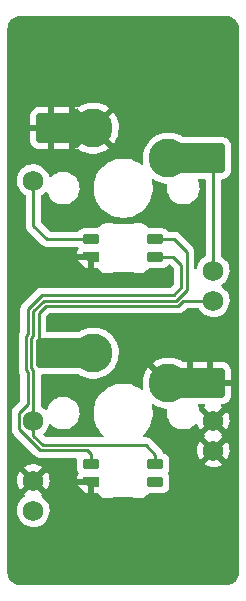
<source format=gbr>
%TF.GenerationSoftware,KiCad,Pcbnew,(6.0.7-1)-1*%
%TF.CreationDate,2022-12-25T16:23:57+07:00*%
%TF.ProjectId,pcb,7063622e-6b69-4636-9164-5f7063625858,rev?*%
%TF.SameCoordinates,Original*%
%TF.FileFunction,Copper,L1,Top*%
%TF.FilePolarity,Positive*%
%FSLAX46Y46*%
G04 Gerber Fmt 4.6, Leading zero omitted, Abs format (unit mm)*
G04 Created by KiCad (PCBNEW (6.0.7-1)-1) date 2022-12-25 16:23:57*
%MOMM*%
%LPD*%
G01*
G04 APERTURE LIST*
G04 Aperture macros list*
%AMRoundRect*
0 Rectangle with rounded corners*
0 $1 Rounding radius*
0 $2 $3 $4 $5 $6 $7 $8 $9 X,Y pos of 4 corners*
0 Add a 4 corners polygon primitive as box body*
4,1,4,$2,$3,$4,$5,$6,$7,$8,$9,$2,$3,0*
0 Add four circle primitives for the rounded corners*
1,1,$1+$1,$2,$3*
1,1,$1+$1,$4,$5*
1,1,$1+$1,$6,$7*
1,1,$1+$1,$8,$9*
0 Add four rect primitives between the rounded corners*
20,1,$1+$1,$2,$3,$4,$5,0*
20,1,$1+$1,$4,$5,$6,$7,0*
20,1,$1+$1,$6,$7,$8,$9,0*
20,1,$1+$1,$8,$9,$2,$3,0*%
%AMFreePoly0*
4,1,18,-0.410000,0.265000,0.000000,0.675000,0.328000,0.675000,0.359380,0.668758,0.385983,0.650983,0.403758,0.624380,0.410000,0.593000,0.410000,-0.593000,0.403758,-0.624380,0.385983,-0.650983,0.359380,-0.668758,0.328000,-0.675000,-0.328000,-0.675000,-0.359380,-0.668758,-0.385983,-0.650983,-0.403758,-0.624380,-0.410000,-0.593000,-0.410000,0.265000,-0.410000,0.265000,$1*%
G04 Aperture macros list end*
%TA.AperFunction,ComponentPad*%
%ADD10C,1.752600*%
%TD*%
%TA.AperFunction,SMDPad,CuDef*%
%ADD11RoundRect,0.250000X-1.025000X-1.000000X1.025000X-1.000000X1.025000X1.000000X-1.025000X1.000000X0*%
%TD*%
%TA.AperFunction,ComponentPad*%
%ADD12C,3.300000*%
%TD*%
%TA.AperFunction,SMDPad,CuDef*%
%ADD13R,1.650000X2.500000*%
%TD*%
%TA.AperFunction,SMDPad,CuDef*%
%ADD14RoundRect,0.082000X0.593000X-0.328000X0.593000X0.328000X-0.593000X0.328000X-0.593000X-0.328000X0*%
%TD*%
%TA.AperFunction,SMDPad,CuDef*%
%ADD15FreePoly0,90.000000*%
%TD*%
%TA.AperFunction,Conductor*%
%ADD16C,0.250000*%
%TD*%
G04 APERTURE END LIST*
D10*
%TO.P,U1,3,GND*%
%TO.N,GND*%
X136525000Y-83343750D03*
%TO.P,U1,4,GND*%
X136525000Y-80803750D03*
%TO.P,U1,8,5/PC6*%
%TO.N,sw2*%
X136525000Y-70643750D03*
%TO.P,U1,9,6/PD7*%
%TO.N,sw1*%
X136525000Y-68103750D03*
%TO.P,U1,13,10/PB6*%
%TO.N,led 1*%
X121285000Y-60483750D03*
%TO.P,U1,21,VCC*%
%TO.N,vcc1*%
X121285000Y-80803750D03*
%TO.P,U1,23,GND*%
%TO.N,GND*%
X121285000Y-85883750D03*
%TO.P,U1,24,RAW*%
%TO.N,unconnected-(U1-Pad24)*%
X121285000Y-88423750D03*
%TD*%
D11*
%TO.P,SW2,1,1*%
%TO.N,GND*%
X136265000Y-77628750D03*
D12*
X132715000Y-77628750D03*
D13*
X134540000Y-77628750D03*
D12*
%TO.P,SW2,2,2*%
%TO.N,sw2*%
X126365000Y-75088750D03*
D11*
X122815000Y-75088750D03*
D13*
X124565000Y-75088750D03*
%TD*%
D14*
%TO.P,LED1,1,VDD*%
%TO.N,vcc1*%
X131630000Y-65448750D03*
%TO.P,LED1,2,DOUT*%
%TO.N,led 2*%
X131630000Y-66948750D03*
%TO.P,LED1,3,DIN*%
%TO.N,led 1*%
X126180000Y-65448750D03*
D15*
%TO.P,LED1,4,VSS*%
%TO.N,GND*%
X126180000Y-66948750D03*
%TD*%
D11*
%TO.P,SW1,1,1*%
%TO.N,sw1*%
X136265000Y-58578750D03*
D13*
X134540000Y-58578750D03*
D12*
X132715000Y-58578750D03*
D11*
%TO.P,SW1,2,2*%
%TO.N,GND*%
X122815000Y-56038750D03*
D12*
X126365000Y-56038750D03*
D13*
X124565000Y-56038750D03*
%TD*%
D14*
%TO.P,LED2,1,VDD*%
%TO.N,vcc1*%
X131630000Y-84498750D03*
%TO.P,LED2,2,DOUT*%
%TO.N,unconnected-(LED2-Pad2)*%
X131630000Y-85998750D03*
%TO.P,LED2,3,DIN*%
%TO.N,led 2*%
X126180000Y-84498750D03*
D15*
%TO.P,LED2,4,VSS*%
%TO.N,GND*%
X126180000Y-85998750D03*
%TD*%
D16*
%TO.N,led 2*%
X129513750Y-70193750D02*
X121997208Y-70193750D01*
%TO.N,GND*%
X136265000Y-77628750D02*
X136525000Y-77368750D01*
%TO.N,vcc1*%
X131630000Y-83687500D02*
X130810000Y-82867500D01*
X121285000Y-82073750D02*
X121285000Y-80803750D01*
X133351396Y-70643750D02*
X122183604Y-70643750D01*
X121285000Y-71542354D02*
X121285000Y-73660000D01*
X130810000Y-82867500D02*
X122078750Y-82867500D01*
X134276250Y-69718896D02*
X133351396Y-70643750D01*
X121126250Y-73818750D02*
X121126250Y-76358750D01*
X133235000Y-65448750D02*
X134276250Y-66490000D01*
X121126250Y-76358750D02*
X121285000Y-76517500D01*
X121285000Y-76517500D02*
X121285000Y-80803750D01*
X131630000Y-84498750D02*
X131630000Y-83687500D01*
X121285000Y-73660000D02*
X121126250Y-73818750D01*
X131630000Y-65448750D02*
X133235000Y-65448750D01*
X134276250Y-66490000D02*
X134276250Y-69718896D01*
X122183604Y-70643750D02*
X121285000Y-71542354D01*
X122078750Y-82867500D02*
X121285000Y-82073750D01*
%TO.N,led 2*%
X120835000Y-76703896D02*
X120676250Y-76545146D01*
X120083700Y-81508846D02*
X120083700Y-80126300D01*
X133147500Y-66948750D02*
X131630000Y-66948750D01*
X120835000Y-79375000D02*
X120835000Y-76703896D01*
X126206250Y-84472500D02*
X126180000Y-84498750D01*
X121892354Y-83317500D02*
X125862500Y-83317500D01*
X133826250Y-67627500D02*
X133147500Y-66948750D01*
X121892354Y-83317500D02*
X120083700Y-81508846D01*
X121997208Y-70193750D02*
X120835000Y-71355958D01*
X120083700Y-80126300D02*
X120835000Y-79375000D01*
X120676250Y-76545146D02*
X120676250Y-73632354D01*
X133165000Y-70193750D02*
X129513750Y-70193750D01*
X126206250Y-83661250D02*
X126206250Y-84472500D01*
X125862500Y-83317500D02*
X126206250Y-83661250D01*
X133165000Y-70193750D02*
X133826250Y-69532500D01*
X133826250Y-69532500D02*
X133826250Y-67627500D01*
X120835000Y-73473604D02*
X120835000Y-71355958D01*
X120676250Y-73632354D02*
X120835000Y-73473604D01*
%TO.N,led 1*%
X121285000Y-64293750D02*
X121285000Y-60483750D01*
X126180000Y-65448750D02*
X122440000Y-65448750D01*
X122440000Y-65448750D02*
X121285000Y-64293750D01*
%TO.N,sw1*%
X136265000Y-58578750D02*
X136525000Y-58838750D01*
X136525000Y-58838750D02*
X136525000Y-68103750D01*
%TO.N,sw2*%
X133537792Y-71093750D02*
X122370000Y-71093750D01*
X121735000Y-71728750D02*
X121735000Y-74008750D01*
X121735000Y-74008750D02*
X122815000Y-75088750D01*
X133987792Y-70643750D02*
X133537792Y-71093750D01*
X136525000Y-70643750D02*
X133987792Y-70643750D01*
X122370000Y-71093750D02*
X121735000Y-71728750D01*
%TD*%
%TA.AperFunction,Conductor*%
%TO.N,GND*%
G36*
X137606265Y-46547501D02*
G01*
X137619319Y-46549534D01*
X137629958Y-46551191D01*
X137642635Y-46549534D01*
X137669948Y-46548951D01*
X137759835Y-46556818D01*
X137812614Y-46561437D01*
X137834243Y-46565251D01*
X137994623Y-46608229D01*
X138015245Y-46615735D01*
X138165737Y-46685914D01*
X138184745Y-46696890D01*
X138320754Y-46792128D01*
X138337578Y-46806246D01*
X138454979Y-46923651D01*
X138469096Y-46940476D01*
X138564324Y-47076480D01*
X138575305Y-47095500D01*
X138645464Y-47245957D01*
X138645472Y-47245975D01*
X138652984Y-47266614D01*
X138695954Y-47426987D01*
X138699768Y-47448615D01*
X138711665Y-47584598D01*
X138711118Y-47600872D01*
X138711550Y-47600877D01*
X138711440Y-47609853D01*
X138710059Y-47618724D01*
X138711223Y-47627626D01*
X138711223Y-47627628D01*
X138714186Y-47650283D01*
X138715250Y-47666621D01*
X138715250Y-93613133D01*
X138713750Y-93632518D01*
X138711440Y-93647351D01*
X138711440Y-93647355D01*
X138710059Y-93656224D01*
X138711716Y-93668898D01*
X138712300Y-93696211D01*
X138699816Y-93838893D01*
X138696003Y-93860521D01*
X138653036Y-94020886D01*
X138653031Y-94020903D01*
X138645522Y-94041536D01*
X138575360Y-94192000D01*
X138575348Y-94192026D01*
X138564367Y-94211045D01*
X138469134Y-94347056D01*
X138455017Y-94363881D01*
X138337610Y-94481292D01*
X138320786Y-94495410D01*
X138184776Y-94590649D01*
X138165756Y-94601630D01*
X138015271Y-94671807D01*
X137994632Y-94679320D01*
X137834249Y-94722299D01*
X137812620Y-94726113D01*
X137733188Y-94733065D01*
X137677047Y-94737978D01*
X137660360Y-94737417D01*
X137660355Y-94737799D01*
X137651380Y-94737690D01*
X137642510Y-94736309D01*
X137633610Y-94737473D01*
X137633608Y-94737473D01*
X137610956Y-94740436D01*
X137594615Y-94741500D01*
X120223125Y-94741500D01*
X120203735Y-94739999D01*
X120188916Y-94737691D01*
X120180042Y-94736309D01*
X120167365Y-94737966D01*
X120140052Y-94738549D01*
X120050165Y-94730682D01*
X119997386Y-94726063D01*
X119975758Y-94722249D01*
X119940232Y-94712729D01*
X119815377Y-94679271D01*
X119794755Y-94671765D01*
X119644263Y-94601586D01*
X119625255Y-94590610D01*
X119489244Y-94495370D01*
X119472422Y-94481254D01*
X119355021Y-94363849D01*
X119340904Y-94347024D01*
X119245676Y-94211020D01*
X119234695Y-94192000D01*
X119195637Y-94108239D01*
X119164527Y-94041522D01*
X119157016Y-94020886D01*
X119114046Y-93860513D01*
X119110232Y-93838885D01*
X119098335Y-93702902D01*
X119098882Y-93686628D01*
X119098450Y-93686623D01*
X119098560Y-93677647D01*
X119099941Y-93668776D01*
X119095814Y-93637214D01*
X119094750Y-93620879D01*
X119094750Y-88389800D01*
X119895869Y-88389800D01*
X119896166Y-88394952D01*
X119896166Y-88394956D01*
X119900983Y-88478490D01*
X119908977Y-88617137D01*
X119959039Y-88839281D01*
X119960983Y-88844067D01*
X119960984Y-88844072D01*
X120042767Y-89045478D01*
X120044711Y-89050265D01*
X120163692Y-89244424D01*
X120312786Y-89416543D01*
X120487989Y-89561999D01*
X120492441Y-89564601D01*
X120492446Y-89564604D01*
X120586540Y-89619588D01*
X120684597Y-89676888D01*
X120897329Y-89758122D01*
X120902395Y-89759153D01*
X120902396Y-89759153D01*
X120954630Y-89769780D01*
X121120472Y-89803521D01*
X121248288Y-89808208D01*
X121342870Y-89811677D01*
X121342875Y-89811677D01*
X121348034Y-89811866D01*
X121353154Y-89811210D01*
X121353156Y-89811210D01*
X121425344Y-89801962D01*
X121573903Y-89782931D01*
X121578852Y-89781446D01*
X121578858Y-89781445D01*
X121705204Y-89743539D01*
X121792013Y-89717495D01*
X121996507Y-89617314D01*
X122000711Y-89614316D01*
X122000715Y-89614313D01*
X122078683Y-89558699D01*
X122181893Y-89485080D01*
X122343193Y-89324342D01*
X122476073Y-89139419D01*
X122576967Y-88935276D01*
X122643164Y-88717396D01*
X122655700Y-88622180D01*
X122672450Y-88494951D01*
X122672451Y-88494944D01*
X122672887Y-88491629D01*
X122674546Y-88423750D01*
X122667179Y-88334143D01*
X122656311Y-88201952D01*
X122656310Y-88201946D01*
X122655887Y-88196801D01*
X122600413Y-87975947D01*
X122598354Y-87971211D01*
X122511672Y-87771856D01*
X122511670Y-87771853D01*
X122509612Y-87767119D01*
X122385923Y-87575925D01*
X122232668Y-87407500D01*
X122053963Y-87266368D01*
X122046849Y-87262441D01*
X122046006Y-87261590D01*
X122045131Y-87261009D01*
X122045251Y-87260828D01*
X121996876Y-87212011D01*
X121982100Y-87142569D01*
X122007214Y-87076163D01*
X122034568Y-87049552D01*
X122053103Y-87036331D01*
X122061504Y-87025631D01*
X122054515Y-87012475D01*
X121297812Y-86255772D01*
X121283868Y-86248158D01*
X121282035Y-86248289D01*
X121275420Y-86252540D01*
X120512510Y-87015450D01*
X120505750Y-87027830D01*
X120511031Y-87034884D01*
X120525698Y-87043455D01*
X120574422Y-87095093D01*
X120587493Y-87164876D01*
X120560762Y-87230648D01*
X120537781Y-87253003D01*
X120370608Y-87378520D01*
X120362444Y-87384650D01*
X120205120Y-87549280D01*
X120202206Y-87553552D01*
X120202205Y-87553553D01*
X120130928Y-87658042D01*
X120076797Y-87737395D01*
X119980921Y-87943942D01*
X119920067Y-88163375D01*
X119895869Y-88389800D01*
X119094750Y-88389800D01*
X119094750Y-85854969D01*
X119896668Y-85854969D01*
X119909176Y-86071900D01*
X119910612Y-86082120D01*
X119958382Y-86294089D01*
X119961461Y-86303917D01*
X120043215Y-86505252D01*
X120047858Y-86514443D01*
X120132334Y-86652296D01*
X120142790Y-86661756D01*
X120151568Y-86657972D01*
X120912978Y-85896562D01*
X120919356Y-85884882D01*
X121649408Y-85884882D01*
X121649539Y-85886715D01*
X121653790Y-85893330D01*
X122414320Y-86653860D01*
X122426330Y-86660419D01*
X122438069Y-86651451D01*
X122472625Y-86603361D01*
X122477936Y-86594522D01*
X122574206Y-86399733D01*
X122578005Y-86390137D01*
X122617572Y-86259909D01*
X125064498Y-86259909D01*
X125068873Y-86267426D01*
X125113929Y-86325407D01*
X125119124Y-86331294D01*
X125582416Y-86794586D01*
X125588390Y-86799851D01*
X125647076Y-86845332D01*
X125661548Y-86853726D01*
X125780450Y-86902856D01*
X125796593Y-86907121D01*
X125869448Y-86916260D01*
X125877293Y-86916750D01*
X125907885Y-86916750D01*
X125923124Y-86912275D01*
X125924329Y-86910885D01*
X125926000Y-86903202D01*
X125926000Y-86270865D01*
X125921525Y-86255626D01*
X125920135Y-86254421D01*
X125912452Y-86252750D01*
X125078487Y-86252750D01*
X125064956Y-86256723D01*
X125064498Y-86259909D01*
X122617572Y-86259909D01*
X122641170Y-86182241D01*
X122643349Y-86172160D01*
X122671949Y-85954925D01*
X122672468Y-85948252D01*
X122673962Y-85887115D01*
X122673768Y-85880396D01*
X122655816Y-85662044D01*
X122654131Y-85651864D01*
X122601196Y-85441121D01*
X122597876Y-85431370D01*
X122511229Y-85232093D01*
X122506362Y-85223018D01*
X122437083Y-85115928D01*
X122426398Y-85106725D01*
X122416831Y-85111129D01*
X121657022Y-85870938D01*
X121649408Y-85884882D01*
X120919356Y-85884882D01*
X120920592Y-85882618D01*
X120920461Y-85880785D01*
X120916210Y-85874170D01*
X120155922Y-85113882D01*
X120144386Y-85107582D01*
X120132104Y-85117205D01*
X120080143Y-85193377D01*
X120075058Y-85202328D01*
X119983571Y-85399421D01*
X119980008Y-85409108D01*
X119921942Y-85618486D01*
X119920011Y-85628606D01*
X119896920Y-85844680D01*
X119896668Y-85854969D01*
X119094750Y-85854969D01*
X119094750Y-84741390D01*
X120507436Y-84741390D01*
X120514180Y-84753720D01*
X121272188Y-85511728D01*
X121286132Y-85519342D01*
X121287965Y-85519211D01*
X121294580Y-85514960D01*
X122057115Y-84752425D01*
X122064136Y-84739569D01*
X122056607Y-84729236D01*
X122049156Y-84724286D01*
X121858932Y-84619276D01*
X121849523Y-84615048D01*
X121644697Y-84542515D01*
X121634734Y-84539883D01*
X121420810Y-84501777D01*
X121410557Y-84500808D01*
X121193274Y-84498153D01*
X121182991Y-84498873D01*
X120968205Y-84531740D01*
X120958177Y-84534129D01*
X120751638Y-84601636D01*
X120742141Y-84605628D01*
X120549400Y-84705961D01*
X120540672Y-84711458D01*
X120515889Y-84730065D01*
X120507436Y-84741390D01*
X119094750Y-84741390D01*
X119094750Y-80106243D01*
X119445480Y-80106243D01*
X119446226Y-80114135D01*
X119449641Y-80150261D01*
X119450200Y-80162119D01*
X119450200Y-81430079D01*
X119449673Y-81441262D01*
X119447998Y-81448755D01*
X119448247Y-81456681D01*
X119448247Y-81456682D01*
X119450138Y-81516832D01*
X119450200Y-81520791D01*
X119450200Y-81548702D01*
X119450697Y-81552636D01*
X119450697Y-81552637D01*
X119450705Y-81552702D01*
X119451638Y-81564539D01*
X119453027Y-81608735D01*
X119458678Y-81628185D01*
X119462687Y-81647546D01*
X119465226Y-81667643D01*
X119468145Y-81675014D01*
X119468145Y-81675016D01*
X119481504Y-81708758D01*
X119485349Y-81719988D01*
X119497682Y-81762439D01*
X119501715Y-81769258D01*
X119501717Y-81769263D01*
X119507993Y-81779874D01*
X119516688Y-81797622D01*
X119524148Y-81816463D01*
X119528810Y-81822879D01*
X119528810Y-81822880D01*
X119550136Y-81852233D01*
X119556652Y-81862153D01*
X119579158Y-81900208D01*
X119593479Y-81914529D01*
X119606319Y-81929562D01*
X119618228Y-81945953D01*
X119629024Y-81954884D01*
X119652305Y-81974144D01*
X119661084Y-81982134D01*
X121388702Y-83709753D01*
X121396242Y-83718039D01*
X121400354Y-83724518D01*
X121406131Y-83729943D01*
X121450005Y-83771143D01*
X121452847Y-83773898D01*
X121472584Y-83793635D01*
X121475781Y-83796115D01*
X121484801Y-83803818D01*
X121517033Y-83834086D01*
X121523979Y-83837905D01*
X121523982Y-83837907D01*
X121534788Y-83843848D01*
X121551307Y-83854699D01*
X121567313Y-83867114D01*
X121574582Y-83870259D01*
X121574586Y-83870262D01*
X121607891Y-83884674D01*
X121618541Y-83889891D01*
X121657294Y-83911195D01*
X121664969Y-83913166D01*
X121664970Y-83913166D01*
X121676916Y-83916233D01*
X121695621Y-83922637D01*
X121714209Y-83930681D01*
X121722032Y-83931920D01*
X121722042Y-83931923D01*
X121757878Y-83937599D01*
X121769498Y-83940005D01*
X121804643Y-83949028D01*
X121812324Y-83951000D01*
X121832578Y-83951000D01*
X121852288Y-83952551D01*
X121872297Y-83955720D01*
X121880189Y-83954974D01*
X121916315Y-83951559D01*
X121928173Y-83951000D01*
X124876660Y-83951000D01*
X124944781Y-83971002D01*
X124991274Y-84024658D01*
X125001582Y-84093446D01*
X124996500Y-84132049D01*
X124996501Y-84865450D01*
X125011699Y-84980901D01*
X125071200Y-85124548D01*
X125107963Y-85172458D01*
X125133562Y-85238677D01*
X125119297Y-85308225D01*
X125107962Y-85325864D01*
X125076663Y-85366654D01*
X125068476Y-85380835D01*
X125015346Y-85509100D01*
X125011108Y-85524917D01*
X124997538Y-85627993D01*
X124997000Y-85636202D01*
X124997000Y-85726635D01*
X125001475Y-85741874D01*
X125002865Y-85743079D01*
X125010548Y-85744750D01*
X126308000Y-85744750D01*
X126376121Y-85764752D01*
X126422614Y-85818408D01*
X126434000Y-85870750D01*
X126434000Y-86898635D01*
X126438475Y-86913874D01*
X126439865Y-86915079D01*
X126447548Y-86916750D01*
X126678617Y-86916750D01*
X126746738Y-86936752D01*
X126785870Y-86976623D01*
X126795890Y-86992875D01*
X126799731Y-86997128D01*
X126799733Y-86997131D01*
X126841567Y-87043455D01*
X126919251Y-87129479D01*
X126923795Y-87132964D01*
X126923796Y-87132965D01*
X127060751Y-87238006D01*
X127060755Y-87238008D01*
X127065302Y-87241496D01*
X127229216Y-87325225D01*
X127234714Y-87326867D01*
X127234716Y-87326868D01*
X127275643Y-87339092D01*
X127405578Y-87377901D01*
X127411275Y-87378520D01*
X127582864Y-87397164D01*
X127582866Y-87397164D01*
X127588563Y-87397783D01*
X127772123Y-87384214D01*
X127950195Y-87337642D01*
X128075810Y-87278839D01*
X128084590Y-87275126D01*
X128106562Y-87266802D01*
X128106936Y-87267790D01*
X128154139Y-87257249D01*
X129650056Y-87257249D01*
X129669457Y-87258752D01*
X129684794Y-87261142D01*
X129718814Y-87271524D01*
X129859839Y-87337542D01*
X130037892Y-87384109D01*
X130221434Y-87397677D01*
X130227131Y-87397058D01*
X130227133Y-87397058D01*
X130398702Y-87378417D01*
X130404399Y-87377798D01*
X130580743Y-87325127D01*
X130744640Y-87241407D01*
X130782967Y-87212011D01*
X130886124Y-87132893D01*
X130886127Y-87132890D01*
X130890675Y-87129402D01*
X130894517Y-87125148D01*
X130894522Y-87125143D01*
X131010179Y-86997071D01*
X131010180Y-86997069D01*
X131014024Y-86992813D01*
X131017030Y-86987937D01*
X131017034Y-86987932D01*
X131023699Y-86977121D01*
X131076477Y-86929634D01*
X131130951Y-86917250D01*
X132195195Y-86917249D01*
X132261700Y-86917249D01*
X132265784Y-86916711D01*
X132265790Y-86916711D01*
X132368964Y-86903129D01*
X132368966Y-86903128D01*
X132377151Y-86902051D01*
X132520798Y-86842550D01*
X132583306Y-86794586D01*
X132637596Y-86752928D01*
X132637599Y-86752925D01*
X132644149Y-86747899D01*
X132738800Y-86624547D01*
X132798301Y-86480901D01*
X132813500Y-86365451D01*
X132813499Y-85632050D01*
X132811714Y-85618486D01*
X132799379Y-85524786D01*
X132799378Y-85524784D01*
X132798301Y-85516599D01*
X132738800Y-85372952D01*
X132702353Y-85325453D01*
X132676753Y-85259233D01*
X132691018Y-85189684D01*
X132702353Y-85172046D01*
X132733773Y-85131098D01*
X132738800Y-85124547D01*
X132745828Y-85107582D01*
X132795142Y-84988527D01*
X132798301Y-84980901D01*
X132813500Y-84865451D01*
X132813499Y-84487830D01*
X135745750Y-84487830D01*
X135751031Y-84494884D01*
X135920353Y-84593828D01*
X135929640Y-84598278D01*
X136132638Y-84675795D01*
X136142540Y-84678672D01*
X136355456Y-84721990D01*
X136365708Y-84723213D01*
X136582847Y-84731175D01*
X136593133Y-84730708D01*
X136808670Y-84703097D01*
X136818748Y-84700955D01*
X137026877Y-84638513D01*
X137036475Y-84634752D01*
X137231615Y-84539154D01*
X137240454Y-84533885D01*
X137293104Y-84496330D01*
X137301504Y-84485631D01*
X137294515Y-84472475D01*
X136537812Y-83715772D01*
X136523868Y-83708158D01*
X136522035Y-83708289D01*
X136515420Y-83712540D01*
X135752510Y-84475450D01*
X135745750Y-84487830D01*
X132813499Y-84487830D01*
X132813499Y-84132050D01*
X132811105Y-84113860D01*
X132799379Y-84024786D01*
X132799378Y-84024784D01*
X132798301Y-84016599D01*
X132738800Y-83872952D01*
X132660679Y-83771143D01*
X132649178Y-83756154D01*
X132649175Y-83756151D01*
X132644149Y-83749601D01*
X132520797Y-83654950D01*
X132513171Y-83651791D01*
X132513169Y-83651790D01*
X132384777Y-83598608D01*
X132384778Y-83598608D01*
X132377151Y-83595449D01*
X132368967Y-83594372D01*
X132368965Y-83594371D01*
X132354073Y-83592411D01*
X132342716Y-83590916D01*
X132277790Y-83562195D01*
X132242009Y-83512375D01*
X132232199Y-83487596D01*
X132228355Y-83476370D01*
X132227721Y-83474187D01*
X132216018Y-83433907D01*
X132205707Y-83416472D01*
X132197012Y-83398724D01*
X132189552Y-83379883D01*
X132163564Y-83344113D01*
X132157048Y-83334193D01*
X132145679Y-83314969D01*
X135136668Y-83314969D01*
X135149176Y-83531900D01*
X135150612Y-83542120D01*
X135198382Y-83754089D01*
X135201461Y-83763917D01*
X135283215Y-83965252D01*
X135287858Y-83974443D01*
X135372334Y-84112296D01*
X135382790Y-84121756D01*
X135391568Y-84117972D01*
X136152978Y-83356562D01*
X136159356Y-83344882D01*
X136889408Y-83344882D01*
X136889539Y-83346715D01*
X136893790Y-83353330D01*
X137654320Y-84113860D01*
X137666330Y-84120419D01*
X137678069Y-84111451D01*
X137712625Y-84063361D01*
X137717936Y-84054522D01*
X137814206Y-83859733D01*
X137818005Y-83850137D01*
X137881170Y-83642241D01*
X137883349Y-83632160D01*
X137911949Y-83414925D01*
X137912468Y-83408252D01*
X137913962Y-83347115D01*
X137913768Y-83340396D01*
X137895816Y-83122044D01*
X137894131Y-83111864D01*
X137841196Y-82901121D01*
X137837876Y-82891370D01*
X137751229Y-82692093D01*
X137746362Y-82683018D01*
X137677083Y-82575928D01*
X137666398Y-82566725D01*
X137656831Y-82571129D01*
X136897022Y-83330938D01*
X136889408Y-83344882D01*
X136159356Y-83344882D01*
X136160592Y-83342618D01*
X136160461Y-83340785D01*
X136156210Y-83334170D01*
X135395922Y-82573882D01*
X135384386Y-82567582D01*
X135372104Y-82577205D01*
X135320143Y-82653377D01*
X135315058Y-82662328D01*
X135223571Y-82859421D01*
X135220008Y-82869108D01*
X135161942Y-83078486D01*
X135160011Y-83088606D01*
X135136920Y-83304680D01*
X135136668Y-83314969D01*
X132145679Y-83314969D01*
X132138580Y-83302965D01*
X132138578Y-83302962D01*
X132134542Y-83296138D01*
X132120221Y-83281817D01*
X132107380Y-83266783D01*
X132100131Y-83256806D01*
X132095472Y-83250393D01*
X132089367Y-83245342D01*
X132089362Y-83245337D01*
X132061396Y-83222201D01*
X132052618Y-83214213D01*
X131313652Y-82475247D01*
X131306112Y-82466961D01*
X131302000Y-82460482D01*
X131252348Y-82413856D01*
X131249507Y-82411102D01*
X131229770Y-82391365D01*
X131226573Y-82388885D01*
X131217551Y-82381180D01*
X131191100Y-82356341D01*
X131185321Y-82350914D01*
X131178375Y-82347095D01*
X131178372Y-82347093D01*
X131167566Y-82341152D01*
X131151047Y-82330301D01*
X131150583Y-82329941D01*
X131135041Y-82317886D01*
X131127772Y-82314741D01*
X131127768Y-82314738D01*
X131094463Y-82300326D01*
X131083813Y-82295109D01*
X131045060Y-82273805D01*
X131025437Y-82268767D01*
X131006734Y-82262363D01*
X130995420Y-82257467D01*
X130995419Y-82257467D01*
X130988145Y-82254319D01*
X130980322Y-82253080D01*
X130980312Y-82253077D01*
X130944476Y-82247401D01*
X130932856Y-82244995D01*
X130897711Y-82235972D01*
X130897710Y-82235972D01*
X130890030Y-82234000D01*
X130869776Y-82234000D01*
X130850065Y-82232449D01*
X130848967Y-82232275D01*
X130830057Y-82229280D01*
X130798374Y-82232275D01*
X130786039Y-82233441D01*
X130774181Y-82234000D01*
X130684322Y-82234000D01*
X130616201Y-82213998D01*
X130569708Y-82160342D01*
X130559604Y-82090068D01*
X130589098Y-82025488D01*
X130604007Y-82010915D01*
X130618347Y-81999052D01*
X130621398Y-81996528D01*
X130667129Y-81947830D01*
X135745750Y-81947830D01*
X135751031Y-81954884D01*
X135766168Y-81963730D01*
X135814891Y-82015369D01*
X135827961Y-82085152D01*
X135801229Y-82150924D01*
X135778248Y-82173278D01*
X135755889Y-82190065D01*
X135747436Y-82201390D01*
X135754180Y-82213720D01*
X136512188Y-82971728D01*
X136526132Y-82979342D01*
X136527965Y-82979211D01*
X136534580Y-82974960D01*
X137297115Y-82212425D01*
X137304136Y-82199569D01*
X137296607Y-82189236D01*
X137289165Y-82184292D01*
X137286397Y-82182764D01*
X137285494Y-82181853D01*
X137284853Y-82181427D01*
X137284941Y-82181295D01*
X137236424Y-82132334D01*
X137221648Y-82062892D01*
X137246761Y-81996485D01*
X137274117Y-81969873D01*
X137293104Y-81956330D01*
X137301504Y-81945631D01*
X137294515Y-81932475D01*
X136537812Y-81175772D01*
X136523868Y-81168158D01*
X136522035Y-81168289D01*
X136515420Y-81172540D01*
X135752510Y-81935450D01*
X135745750Y-81947830D01*
X130667129Y-81947830D01*
X130836945Y-81766994D01*
X130840255Y-81762439D01*
X130993129Y-81552025D01*
X131022024Y-81512254D01*
X131039889Y-81479759D01*
X131171813Y-81239789D01*
X131171814Y-81239786D01*
X131173716Y-81236327D01*
X131289630Y-80943563D01*
X131367936Y-80638580D01*
X131407400Y-80326188D01*
X131407400Y-80011312D01*
X131367936Y-79698920D01*
X131333946Y-79566536D01*
X131336379Y-79495581D01*
X131376787Y-79437205D01*
X131442341Y-79409942D01*
X131512227Y-79422448D01*
X131522944Y-79428464D01*
X131689212Y-79532764D01*
X131696763Y-79536813D01*
X131957112Y-79654364D01*
X131965143Y-79657351D01*
X132239034Y-79738482D01*
X132247386Y-79740349D01*
X132516149Y-79781475D01*
X132580460Y-79811551D01*
X132618302Y-79871621D01*
X132621998Y-79922581D01*
X132618608Y-79948155D01*
X132600307Y-80086235D01*
X132598039Y-80103343D01*
X132598239Y-80108672D01*
X132598239Y-80108673D01*
X132599869Y-80152093D01*
X132606848Y-80337966D01*
X132624642Y-80422772D01*
X132632794Y-80461621D01*
X132655062Y-80567751D01*
X132741302Y-80786127D01*
X132863104Y-80986850D01*
X133016985Y-81164182D01*
X133021117Y-81167570D01*
X133194416Y-81309667D01*
X133194422Y-81309671D01*
X133198544Y-81313051D01*
X133203180Y-81315690D01*
X133203183Y-81315692D01*
X133314408Y-81379005D01*
X133402590Y-81429201D01*
X133623289Y-81509311D01*
X133628538Y-81510260D01*
X133628541Y-81510261D01*
X133702413Y-81523619D01*
X133854330Y-81551090D01*
X133858469Y-81551285D01*
X133858476Y-81551286D01*
X133877440Y-81552180D01*
X133877449Y-81552180D01*
X133878929Y-81552250D01*
X134043950Y-81552250D01*
X134125299Y-81545347D01*
X134213637Y-81537852D01*
X134213641Y-81537851D01*
X134218948Y-81537401D01*
X134224103Y-81536063D01*
X134224109Y-81536062D01*
X134441035Y-81479759D01*
X134441034Y-81479759D01*
X134446206Y-81478417D01*
X134451072Y-81476225D01*
X134451075Y-81476224D01*
X134655417Y-81384174D01*
X134655420Y-81384173D01*
X134660278Y-81381984D01*
X134855041Y-81250862D01*
X134983473Y-81128344D01*
X135046570Y-81095797D01*
X135117247Y-81102529D01*
X135173064Y-81146402D01*
X135193363Y-81191815D01*
X135198384Y-81214096D01*
X135201461Y-81223917D01*
X135283215Y-81425252D01*
X135287858Y-81434443D01*
X135372334Y-81572296D01*
X135382790Y-81581756D01*
X135391568Y-81577972D01*
X136152978Y-80816562D01*
X136159356Y-80804882D01*
X136889408Y-80804882D01*
X136889539Y-80806715D01*
X136893790Y-80813330D01*
X137654320Y-81573860D01*
X137666330Y-81580419D01*
X137678069Y-81571451D01*
X137712625Y-81523361D01*
X137717936Y-81514522D01*
X137814206Y-81319733D01*
X137818005Y-81310137D01*
X137881170Y-81102241D01*
X137883349Y-81092160D01*
X137911949Y-80874925D01*
X137912468Y-80868252D01*
X137913962Y-80807115D01*
X137913768Y-80800396D01*
X137895816Y-80582044D01*
X137894131Y-80571864D01*
X137841196Y-80361121D01*
X137837876Y-80351370D01*
X137751229Y-80152093D01*
X137746362Y-80143018D01*
X137677083Y-80035928D01*
X137666398Y-80026725D01*
X137656831Y-80031129D01*
X136897022Y-80790938D01*
X136889408Y-80804882D01*
X136159356Y-80804882D01*
X136160592Y-80802618D01*
X136160461Y-80800785D01*
X136156210Y-80794170D01*
X135390090Y-80028050D01*
X135355870Y-79964829D01*
X135352372Y-79948155D01*
X135323076Y-79808532D01*
X135316035Y-79774976D01*
X135316034Y-79774973D01*
X135314938Y-79769749D01*
X135231722Y-79559030D01*
X135225304Y-79488325D01*
X135258132Y-79425374D01*
X135319782Y-79390164D01*
X135348914Y-79386750D01*
X135734000Y-79386750D01*
X135802121Y-79406752D01*
X135848614Y-79460408D01*
X135858718Y-79530682D01*
X135829224Y-79595262D01*
X135792180Y-79624514D01*
X135789400Y-79625961D01*
X135780672Y-79631458D01*
X135755889Y-79650065D01*
X135747436Y-79661390D01*
X135754180Y-79673720D01*
X136512188Y-80431728D01*
X136526132Y-80439342D01*
X136527965Y-80439211D01*
X136534580Y-80434960D01*
X137297115Y-79672425D01*
X137304136Y-79659569D01*
X137296607Y-79649236D01*
X137289165Y-79644292D01*
X137250700Y-79623058D01*
X137200730Y-79572625D01*
X137185958Y-79503182D01*
X137211074Y-79436777D01*
X137268105Y-79394492D01*
X137311594Y-79386749D01*
X137337095Y-79386749D01*
X137343614Y-79386412D01*
X137439206Y-79376493D01*
X137452600Y-79373601D01*
X137606784Y-79322162D01*
X137619962Y-79315989D01*
X137757807Y-79230687D01*
X137769208Y-79221651D01*
X137883739Y-79106921D01*
X137892751Y-79095510D01*
X137977816Y-78957507D01*
X137983963Y-78944326D01*
X138035138Y-78790040D01*
X138038005Y-78776664D01*
X138047672Y-78682312D01*
X138048000Y-78675896D01*
X138048000Y-77900865D01*
X138043525Y-77885626D01*
X138042135Y-77884421D01*
X138034452Y-77882750D01*
X134412000Y-77882750D01*
X134343879Y-77862748D01*
X134297386Y-77809092D01*
X134286000Y-77756750D01*
X134286000Y-77356635D01*
X134794000Y-77356635D01*
X134798475Y-77371874D01*
X134799865Y-77373079D01*
X134807548Y-77374750D01*
X135992885Y-77374750D01*
X136008124Y-77370275D01*
X136009329Y-77368885D01*
X136011000Y-77361202D01*
X136011000Y-77356635D01*
X136519000Y-77356635D01*
X136523475Y-77371874D01*
X136524865Y-77373079D01*
X136532548Y-77374750D01*
X138029884Y-77374750D01*
X138045123Y-77370275D01*
X138046328Y-77368885D01*
X138047999Y-77361202D01*
X138047999Y-76581655D01*
X138047662Y-76575136D01*
X138037743Y-76479544D01*
X138034851Y-76466150D01*
X137983412Y-76311966D01*
X137977239Y-76298788D01*
X137891937Y-76160943D01*
X137882901Y-76149542D01*
X137768171Y-76035011D01*
X137756760Y-76025999D01*
X137618757Y-75940934D01*
X137605576Y-75934787D01*
X137451290Y-75883612D01*
X137437914Y-75880745D01*
X137343562Y-75871078D01*
X137337145Y-75870750D01*
X136537115Y-75870750D01*
X136521876Y-75875225D01*
X136520671Y-75876615D01*
X136519000Y-75884298D01*
X136519000Y-77356635D01*
X136011000Y-77356635D01*
X136011000Y-75888866D01*
X136006525Y-75873627D01*
X136005135Y-75872422D01*
X135997452Y-75870751D01*
X135413105Y-75870751D01*
X135413073Y-75870750D01*
X134812115Y-75870750D01*
X134796876Y-75875225D01*
X134795671Y-75876615D01*
X134794000Y-75884298D01*
X134794000Y-77356635D01*
X134286000Y-77356635D01*
X134286000Y-75888866D01*
X134281525Y-75873627D01*
X134280135Y-75872422D01*
X134272452Y-75870751D01*
X134011962Y-75870751D01*
X133946127Y-75852184D01*
X133720791Y-75714098D01*
X133713193Y-75710126D01*
X133451633Y-75595308D01*
X133443579Y-75592409D01*
X133168852Y-75514152D01*
X133160474Y-75512370D01*
X132877668Y-75472121D01*
X132869121Y-75471494D01*
X132583467Y-75469997D01*
X132574933Y-75470534D01*
X132291715Y-75507821D01*
X132283317Y-75509514D01*
X132007786Y-75584891D01*
X131999699Y-75587707D01*
X131736952Y-75699779D01*
X131729312Y-75703672D01*
X131484204Y-75850365D01*
X131477175Y-75855250D01*
X131393341Y-75922414D01*
X131384872Y-75934539D01*
X131391267Y-75945807D01*
X132985115Y-77539655D01*
X133019141Y-77601967D01*
X133014076Y-77672782D01*
X132985115Y-77717845D01*
X132804095Y-77898865D01*
X132741783Y-77932891D01*
X132670968Y-77927826D01*
X132625905Y-77898865D01*
X131031334Y-76304294D01*
X131019323Y-76297735D01*
X131007585Y-76306703D01*
X130879151Y-76485437D01*
X130874636Y-76492718D01*
X130740973Y-76745164D01*
X130737487Y-76752992D01*
X130639318Y-77021249D01*
X130636929Y-77029472D01*
X130576074Y-77308580D01*
X130574825Y-77317035D01*
X130552412Y-77601828D01*
X130552323Y-77610379D01*
X130568766Y-77895564D01*
X130569839Y-77904064D01*
X130594240Y-78028434D01*
X130587727Y-78099131D01*
X130544026Y-78155084D01*
X130477012Y-78178529D01*
X130407961Y-78162021D01*
X130390280Y-78149775D01*
X130381834Y-78142787D01*
X130381826Y-78142781D01*
X130378782Y-78140263D01*
X130112924Y-77971544D01*
X130109345Y-77969860D01*
X130109338Y-77969856D01*
X129831606Y-77839166D01*
X129831602Y-77839164D01*
X129828016Y-77837477D01*
X129528552Y-77740175D01*
X129219254Y-77681173D01*
X129125700Y-77675287D01*
X128985642Y-77666475D01*
X128985626Y-77666474D01*
X128983647Y-77666350D01*
X128826353Y-77666350D01*
X128824374Y-77666474D01*
X128824358Y-77666475D01*
X128684300Y-77675287D01*
X128590746Y-77681173D01*
X128281448Y-77740175D01*
X127981984Y-77837477D01*
X127978398Y-77839164D01*
X127978394Y-77839166D01*
X127700662Y-77969856D01*
X127700655Y-77969860D01*
X127697076Y-77971544D01*
X127431218Y-78140263D01*
X127188602Y-78340972D01*
X126973055Y-78570506D01*
X126787976Y-78825246D01*
X126786069Y-78828715D01*
X126786067Y-78828718D01*
X126642251Y-79090319D01*
X126636284Y-79101173D01*
X126551232Y-79315989D01*
X126523216Y-79386750D01*
X126520370Y-79393937D01*
X126442064Y-79698920D01*
X126402600Y-80011312D01*
X126402600Y-80326188D01*
X126442064Y-80638580D01*
X126520370Y-80943563D01*
X126636284Y-81236327D01*
X126638186Y-81239786D01*
X126638187Y-81239789D01*
X126770112Y-81479759D01*
X126787976Y-81512254D01*
X126816871Y-81552025D01*
X126969746Y-81762439D01*
X126973055Y-81766994D01*
X127188602Y-81996528D01*
X127191653Y-81999052D01*
X127205993Y-82010915D01*
X127245731Y-82069749D01*
X127247354Y-82140727D01*
X127210345Y-82201314D01*
X127146455Y-82232275D01*
X127125678Y-82234000D01*
X122393344Y-82234000D01*
X122325223Y-82213998D01*
X122304249Y-82197095D01*
X122164765Y-82057611D01*
X122130739Y-81995299D01*
X122135804Y-81924484D01*
X122175181Y-81873136D01*
X122173733Y-81871422D01*
X122177690Y-81868078D01*
X122181893Y-81865080D01*
X122343193Y-81704342D01*
X122476073Y-81519419D01*
X122478494Y-81514522D01*
X122574673Y-81319918D01*
X122574674Y-81319916D01*
X122576967Y-81315276D01*
X122578474Y-81310317D01*
X122617302Y-81182521D01*
X122656243Y-81123157D01*
X122721097Y-81094270D01*
X122791273Y-81105031D01*
X122833024Y-81136570D01*
X122856985Y-81164182D01*
X122861117Y-81167570D01*
X123034416Y-81309667D01*
X123034422Y-81309671D01*
X123038544Y-81313051D01*
X123043180Y-81315690D01*
X123043183Y-81315692D01*
X123154408Y-81379005D01*
X123242590Y-81429201D01*
X123463289Y-81509311D01*
X123468538Y-81510260D01*
X123468541Y-81510261D01*
X123542413Y-81523619D01*
X123694330Y-81551090D01*
X123698469Y-81551285D01*
X123698476Y-81551286D01*
X123717440Y-81552180D01*
X123717449Y-81552180D01*
X123718929Y-81552250D01*
X123883950Y-81552250D01*
X123965299Y-81545347D01*
X124053637Y-81537852D01*
X124053641Y-81537851D01*
X124058948Y-81537401D01*
X124064103Y-81536063D01*
X124064109Y-81536062D01*
X124281035Y-81479759D01*
X124281034Y-81479759D01*
X124286206Y-81478417D01*
X124291072Y-81476225D01*
X124291075Y-81476224D01*
X124495417Y-81384174D01*
X124495420Y-81384173D01*
X124500278Y-81381984D01*
X124695041Y-81250862D01*
X124864927Y-81088799D01*
X125005078Y-80900429D01*
X125049362Y-80813330D01*
X125109069Y-80695894D01*
X125109069Y-80695893D01*
X125111487Y-80691138D01*
X125181111Y-80466910D01*
X125198202Y-80337966D01*
X125211261Y-80239440D01*
X125211261Y-80239437D01*
X125211961Y-80234157D01*
X125203152Y-79999534D01*
X125163076Y-79808532D01*
X125156035Y-79774976D01*
X125156034Y-79774973D01*
X125154938Y-79769749D01*
X125068698Y-79551373D01*
X124990464Y-79422448D01*
X124949664Y-79355211D01*
X124949662Y-79355208D01*
X124946896Y-79350650D01*
X124793015Y-79173318D01*
X124712038Y-79106921D01*
X124615584Y-79027833D01*
X124615578Y-79027829D01*
X124611456Y-79024449D01*
X124606820Y-79021810D01*
X124606817Y-79021808D01*
X124412053Y-78910942D01*
X124407410Y-78908299D01*
X124186711Y-78828189D01*
X124181462Y-78827240D01*
X124181459Y-78827239D01*
X124100385Y-78812579D01*
X123955670Y-78786410D01*
X123951531Y-78786215D01*
X123951524Y-78786214D01*
X123932560Y-78785320D01*
X123932551Y-78785320D01*
X123931071Y-78785250D01*
X123766050Y-78785250D01*
X123684701Y-78792153D01*
X123596363Y-78799648D01*
X123596359Y-78799649D01*
X123591052Y-78800099D01*
X123585897Y-78801437D01*
X123585891Y-78801438D01*
X123408177Y-78847564D01*
X123363794Y-78859083D01*
X123358928Y-78861275D01*
X123358925Y-78861276D01*
X123154583Y-78953326D01*
X123154580Y-78953327D01*
X123149722Y-78955516D01*
X122954959Y-79086638D01*
X122951102Y-79090317D01*
X122951100Y-79090319D01*
X122880845Y-79157340D01*
X122785073Y-79248701D01*
X122644922Y-79437071D01*
X122642506Y-79441822D01*
X122642504Y-79441826D01*
X122544646Y-79634300D01*
X122538513Y-79646362D01*
X122495684Y-79784298D01*
X122493333Y-79791868D01*
X122454030Y-79850993D01*
X122389001Y-79879484D01*
X122318892Y-79868294D01*
X122279806Y-79839304D01*
X122236143Y-79791319D01*
X122232668Y-79787500D01*
X122053963Y-79646368D01*
X121983605Y-79607528D01*
X121933636Y-79557097D01*
X121918500Y-79497221D01*
X121918500Y-76973250D01*
X121938502Y-76905129D01*
X121992158Y-76858636D01*
X122044500Y-76847250D01*
X125070055Y-76847250D01*
X125137011Y-76866513D01*
X125338976Y-76993206D01*
X125338980Y-76993208D01*
X125342616Y-76995489D01*
X125415293Y-77028304D01*
X125606937Y-77114835D01*
X125606941Y-77114837D01*
X125610849Y-77116601D01*
X125614968Y-77117821D01*
X125888924Y-77198971D01*
X125888929Y-77198972D01*
X125893037Y-77200189D01*
X125897271Y-77200837D01*
X125897276Y-77200838D01*
X126179717Y-77244057D01*
X126179719Y-77244057D01*
X126183959Y-77244706D01*
X126333772Y-77247060D01*
X126473940Y-77249262D01*
X126473946Y-77249262D01*
X126478231Y-77249329D01*
X126770408Y-77213972D01*
X127055082Y-77139289D01*
X127326988Y-77026662D01*
X127555144Y-76893338D01*
X127577389Y-76880339D01*
X127577390Y-76880338D01*
X127581092Y-76878175D01*
X127812694Y-76696577D01*
X127825032Y-76683846D01*
X128014523Y-76488304D01*
X128017506Y-76485226D01*
X128191741Y-76248035D01*
X128332172Y-75989392D01*
X128436203Y-75714083D01*
X128483443Y-75507821D01*
X128500949Y-75431387D01*
X128500950Y-75431383D01*
X128501907Y-75427203D01*
X128528069Y-75134060D01*
X128528544Y-75088750D01*
X128508527Y-74795123D01*
X128448845Y-74506930D01*
X128350603Y-74229503D01*
X128215618Y-73967976D01*
X128046389Y-73727188D01*
X127846048Y-73511594D01*
X127829291Y-73497878D01*
X127730374Y-73416916D01*
X127618300Y-73325185D01*
X127367361Y-73171410D01*
X127347280Y-73162595D01*
X127101802Y-73054837D01*
X127101798Y-73054836D01*
X127097874Y-73053113D01*
X126814826Y-72972485D01*
X126810584Y-72971881D01*
X126810578Y-72971880D01*
X126527705Y-72931621D01*
X126523454Y-72931016D01*
X126368306Y-72930204D01*
X126233436Y-72929497D01*
X126233430Y-72929497D01*
X126229150Y-72929475D01*
X126224906Y-72930034D01*
X126224902Y-72930034D01*
X126096341Y-72946960D01*
X125937360Y-72967890D01*
X125933220Y-72969023D01*
X125933218Y-72969023D01*
X125916261Y-72973662D01*
X125653483Y-73045550D01*
X125649533Y-73047235D01*
X125386714Y-73159336D01*
X125386707Y-73159340D01*
X125382772Y-73161018D01*
X125130236Y-73312158D01*
X125129080Y-73310226D01*
X125065231Y-73330250D01*
X122494500Y-73330250D01*
X122426379Y-73310248D01*
X122379886Y-73256592D01*
X122368500Y-73204250D01*
X122368500Y-72043344D01*
X122388502Y-71975223D01*
X122405405Y-71954249D01*
X122595499Y-71764155D01*
X122657811Y-71730129D01*
X122684594Y-71727250D01*
X133459025Y-71727250D01*
X133470208Y-71727777D01*
X133477701Y-71729452D01*
X133485627Y-71729203D01*
X133485628Y-71729203D01*
X133545778Y-71727312D01*
X133549737Y-71727250D01*
X133577648Y-71727250D01*
X133581583Y-71726753D01*
X133581648Y-71726745D01*
X133593485Y-71725812D01*
X133625743Y-71724798D01*
X133629762Y-71724672D01*
X133637681Y-71724423D01*
X133657135Y-71718771D01*
X133676492Y-71714763D01*
X133688722Y-71713218D01*
X133688723Y-71713218D01*
X133696589Y-71712224D01*
X133703960Y-71709305D01*
X133703962Y-71709305D01*
X133737704Y-71695946D01*
X133748934Y-71692101D01*
X133783775Y-71681979D01*
X133783776Y-71681979D01*
X133791385Y-71679768D01*
X133798204Y-71675735D01*
X133798209Y-71675733D01*
X133808820Y-71669457D01*
X133826568Y-71660762D01*
X133845409Y-71653302D01*
X133881179Y-71627314D01*
X133891099Y-71620798D01*
X133922327Y-71602330D01*
X133922330Y-71602328D01*
X133929154Y-71598292D01*
X133943475Y-71583971D01*
X133958509Y-71571130D01*
X133968485Y-71563882D01*
X133974899Y-71559222D01*
X134003080Y-71525157D01*
X134011070Y-71516376D01*
X134213293Y-71314154D01*
X134275605Y-71280129D01*
X134302388Y-71277250D01*
X135218427Y-71277250D01*
X135286548Y-71297252D01*
X135325859Y-71337415D01*
X135400989Y-71460014D01*
X135400992Y-71460018D01*
X135403692Y-71464424D01*
X135552786Y-71636543D01*
X135727989Y-71781999D01*
X135732441Y-71784601D01*
X135732446Y-71784604D01*
X135826540Y-71839588D01*
X135924597Y-71896888D01*
X136137329Y-71978122D01*
X136142395Y-71979153D01*
X136142396Y-71979153D01*
X136194630Y-71989780D01*
X136360472Y-72023521D01*
X136488288Y-72028208D01*
X136582870Y-72031677D01*
X136582875Y-72031677D01*
X136588034Y-72031866D01*
X136593154Y-72031210D01*
X136593156Y-72031210D01*
X136665344Y-72021962D01*
X136813903Y-72002931D01*
X136818852Y-72001446D01*
X136818858Y-72001445D01*
X136945204Y-71963539D01*
X137032013Y-71937495D01*
X137236507Y-71837314D01*
X137240711Y-71834316D01*
X137240715Y-71834313D01*
X137318683Y-71778699D01*
X137421893Y-71705080D01*
X137583193Y-71544342D01*
X137716073Y-71359419D01*
X137727697Y-71335901D01*
X137814673Y-71159918D01*
X137814674Y-71159916D01*
X137816967Y-71155276D01*
X137883164Y-70937396D01*
X137883839Y-70932270D01*
X137912450Y-70714951D01*
X137912451Y-70714944D01*
X137912887Y-70711629D01*
X137914546Y-70643750D01*
X137907179Y-70554143D01*
X137896311Y-70421952D01*
X137896310Y-70421946D01*
X137895887Y-70416801D01*
X137840413Y-70195947D01*
X137749612Y-69987119D01*
X137655570Y-69841752D01*
X137628731Y-69800265D01*
X137628729Y-69800262D01*
X137625923Y-69795925D01*
X137472668Y-69627500D01*
X137293963Y-69486368D01*
X137287335Y-69482709D01*
X137286651Y-69482019D01*
X137285131Y-69481009D01*
X137285339Y-69480695D01*
X137237363Y-69432283D01*
X137222585Y-69362841D01*
X137247696Y-69296434D01*
X137275054Y-69269819D01*
X137417689Y-69168079D01*
X137417691Y-69168077D01*
X137421893Y-69165080D01*
X137583193Y-69004342D01*
X137716073Y-68819419D01*
X137816967Y-68615276D01*
X137883164Y-68397396D01*
X137889710Y-68347677D01*
X137912450Y-68174951D01*
X137912451Y-68174944D01*
X137912887Y-68171629D01*
X137914546Y-68103750D01*
X137901683Y-67947295D01*
X137896311Y-67881952D01*
X137896310Y-67881946D01*
X137895887Y-67876801D01*
X137852214Y-67702928D01*
X137841672Y-67660958D01*
X137841671Y-67660954D01*
X137840413Y-67655947D01*
X137829803Y-67631546D01*
X137751672Y-67451856D01*
X137751670Y-67451853D01*
X137749612Y-67447119D01*
X137659290Y-67307502D01*
X137628731Y-67260265D01*
X137628729Y-67260262D01*
X137625923Y-67255925D01*
X137472668Y-67087500D01*
X137293963Y-66946368D01*
X137223605Y-66907528D01*
X137173636Y-66857097D01*
X137158500Y-66797221D01*
X137158500Y-60463250D01*
X137178502Y-60395129D01*
X137232158Y-60348636D01*
X137284500Y-60337250D01*
X137340400Y-60337250D01*
X137343646Y-60336913D01*
X137343650Y-60336913D01*
X137439308Y-60326988D01*
X137439312Y-60326987D01*
X137446166Y-60326276D01*
X137452702Y-60324095D01*
X137452704Y-60324095D01*
X137606998Y-60272618D01*
X137613946Y-60270300D01*
X137764348Y-60177228D01*
X137889305Y-60052053D01*
X137982115Y-59901488D01*
X138023987Y-59775246D01*
X138035632Y-59740139D01*
X138035632Y-59740137D01*
X138037797Y-59733611D01*
X138048500Y-59629150D01*
X138048500Y-57528350D01*
X138046239Y-57506557D01*
X138038238Y-57429442D01*
X138038237Y-57429438D01*
X138037526Y-57422584D01*
X137981550Y-57254804D01*
X137888478Y-57104402D01*
X137763303Y-56979445D01*
X137612738Y-56886635D01*
X137532995Y-56860186D01*
X137451389Y-56833118D01*
X137451387Y-56833118D01*
X137444861Y-56830953D01*
X137438025Y-56830253D01*
X137438022Y-56830252D01*
X137394969Y-56825841D01*
X137340400Y-56820250D01*
X134012102Y-56820250D01*
X133946267Y-56801683D01*
X133721023Y-56663654D01*
X133721022Y-56663654D01*
X133717361Y-56661410D01*
X133698706Y-56653221D01*
X133451802Y-56544837D01*
X133451798Y-56544836D01*
X133447874Y-56543113D01*
X133164826Y-56462485D01*
X133160584Y-56461881D01*
X133160578Y-56461880D01*
X132877705Y-56421621D01*
X132873454Y-56421016D01*
X132718306Y-56420204D01*
X132583436Y-56419497D01*
X132583430Y-56419497D01*
X132579150Y-56419475D01*
X132574906Y-56420034D01*
X132574902Y-56420034D01*
X132446341Y-56436960D01*
X132287360Y-56457890D01*
X132283220Y-56459023D01*
X132283218Y-56459023D01*
X132266261Y-56463662D01*
X132003483Y-56535550D01*
X131999533Y-56537235D01*
X131736714Y-56649336D01*
X131736707Y-56649340D01*
X131732772Y-56651018D01*
X131580386Y-56742219D01*
X131483918Y-56799954D01*
X131483914Y-56799957D01*
X131480236Y-56802158D01*
X131250549Y-56986172D01*
X131247605Y-56989274D01*
X131247601Y-56989278D01*
X131059063Y-57187956D01*
X131047961Y-57199655D01*
X130876220Y-57438658D01*
X130738504Y-57698757D01*
X130637362Y-57975140D01*
X130574666Y-58262693D01*
X130551575Y-58556094D01*
X130568516Y-58849914D01*
X130569341Y-58854119D01*
X130569342Y-58854127D01*
X130593632Y-58977931D01*
X130587119Y-59048628D01*
X130543418Y-59104581D01*
X130476404Y-59128026D01*
X130407353Y-59111518D01*
X130389672Y-59099272D01*
X130381834Y-59092787D01*
X130381826Y-59092781D01*
X130378782Y-59090263D01*
X130112924Y-58921544D01*
X130109345Y-58919860D01*
X130109338Y-58919856D01*
X129831606Y-58789166D01*
X129831602Y-58789164D01*
X129828016Y-58787477D01*
X129528552Y-58690175D01*
X129219254Y-58631173D01*
X129125700Y-58625287D01*
X128985642Y-58616475D01*
X128985626Y-58616474D01*
X128983647Y-58616350D01*
X128826353Y-58616350D01*
X128824374Y-58616474D01*
X128824358Y-58616475D01*
X128684300Y-58625287D01*
X128590746Y-58631173D01*
X128281448Y-58690175D01*
X127981984Y-58787477D01*
X127978398Y-58789164D01*
X127978394Y-58789166D01*
X127700662Y-58919856D01*
X127700655Y-58919860D01*
X127697076Y-58921544D01*
X127431218Y-59090263D01*
X127188602Y-59290972D01*
X126973055Y-59520506D01*
X126787976Y-59775246D01*
X126786069Y-59778715D01*
X126786067Y-59778718D01*
X126638187Y-60047711D01*
X126636284Y-60051173D01*
X126577873Y-60198701D01*
X126527363Y-60326276D01*
X126520370Y-60343937D01*
X126442064Y-60648920D01*
X126402600Y-60961312D01*
X126402600Y-61276188D01*
X126442064Y-61588580D01*
X126520370Y-61893563D01*
X126636284Y-62186327D01*
X126638186Y-62189786D01*
X126638187Y-62189789D01*
X126770112Y-62429759D01*
X126787976Y-62462254D01*
X126973055Y-62716994D01*
X127188602Y-62946528D01*
X127431218Y-63147237D01*
X127697076Y-63315956D01*
X127700655Y-63317640D01*
X127700662Y-63317644D01*
X127978394Y-63448334D01*
X127978398Y-63448336D01*
X127981984Y-63450023D01*
X128281448Y-63547325D01*
X128590746Y-63606327D01*
X128684300Y-63612213D01*
X128824358Y-63621025D01*
X128824374Y-63621026D01*
X128826353Y-63621150D01*
X128983647Y-63621150D01*
X128985626Y-63621026D01*
X128985642Y-63621025D01*
X129125700Y-63612213D01*
X129219254Y-63606327D01*
X129528552Y-63547325D01*
X129828016Y-63450023D01*
X129831602Y-63448336D01*
X129831606Y-63448334D01*
X130109338Y-63317644D01*
X130109345Y-63317640D01*
X130112924Y-63315956D01*
X130378782Y-63147237D01*
X130621398Y-62946528D01*
X130836945Y-62716994D01*
X131022024Y-62462254D01*
X131039889Y-62429759D01*
X131171813Y-62189789D01*
X131171814Y-62189786D01*
X131173716Y-62186327D01*
X131289630Y-61893563D01*
X131367936Y-61588580D01*
X131407400Y-61276188D01*
X131407400Y-60961312D01*
X131367936Y-60648920D01*
X131366949Y-60645078D01*
X131366948Y-60645070D01*
X131334127Y-60517239D01*
X131336559Y-60446284D01*
X131376967Y-60387908D01*
X131442520Y-60360645D01*
X131512407Y-60373151D01*
X131523124Y-60379167D01*
X131688976Y-60483206D01*
X131688980Y-60483208D01*
X131692616Y-60485489D01*
X131826733Y-60546045D01*
X131956937Y-60604835D01*
X131956941Y-60604837D01*
X131960849Y-60606601D01*
X131964968Y-60607821D01*
X132238924Y-60688971D01*
X132238929Y-60688972D01*
X132243037Y-60690189D01*
X132247271Y-60690837D01*
X132247276Y-60690838D01*
X132516083Y-60731971D01*
X132580394Y-60762047D01*
X132618236Y-60822118D01*
X132621932Y-60873077D01*
X132611092Y-60954866D01*
X132598039Y-61053343D01*
X132598239Y-61058672D01*
X132598239Y-61058673D01*
X132601420Y-61143388D01*
X132606848Y-61287966D01*
X132607943Y-61293184D01*
X132646416Y-61476543D01*
X132655062Y-61517751D01*
X132741302Y-61736127D01*
X132863104Y-61936850D01*
X133016985Y-62114182D01*
X133021117Y-62117570D01*
X133194416Y-62259667D01*
X133194422Y-62259671D01*
X133198544Y-62263051D01*
X133203180Y-62265690D01*
X133203183Y-62265692D01*
X133314408Y-62329005D01*
X133402590Y-62379201D01*
X133623289Y-62459311D01*
X133628538Y-62460260D01*
X133628541Y-62460261D01*
X133709615Y-62474921D01*
X133854330Y-62501090D01*
X133858469Y-62501285D01*
X133858476Y-62501286D01*
X133877440Y-62502180D01*
X133877449Y-62502180D01*
X133878929Y-62502250D01*
X134043950Y-62502250D01*
X134125299Y-62495347D01*
X134213637Y-62487852D01*
X134213641Y-62487851D01*
X134218948Y-62487401D01*
X134224103Y-62486063D01*
X134224109Y-62486062D01*
X134441035Y-62429759D01*
X134441034Y-62429759D01*
X134446206Y-62428417D01*
X134451072Y-62426225D01*
X134451075Y-62426224D01*
X134655417Y-62334174D01*
X134655420Y-62334173D01*
X134660278Y-62331984D01*
X134855041Y-62200862D01*
X135024927Y-62038799D01*
X135165078Y-61850429D01*
X135195876Y-61789855D01*
X135269069Y-61645894D01*
X135269069Y-61645893D01*
X135271487Y-61641138D01*
X135341111Y-61416910D01*
X135358202Y-61287966D01*
X135371261Y-61189440D01*
X135371261Y-61189437D01*
X135371961Y-61184157D01*
X135363152Y-60949534D01*
X135318475Y-60736607D01*
X135316035Y-60724976D01*
X135316034Y-60724973D01*
X135314938Y-60719749D01*
X135302783Y-60688971D01*
X135231920Y-60509531D01*
X135225502Y-60438825D01*
X135258330Y-60375874D01*
X135319980Y-60340664D01*
X135349112Y-60337250D01*
X135765500Y-60337250D01*
X135833621Y-60357252D01*
X135880114Y-60410908D01*
X135891500Y-60463250D01*
X135891500Y-66795789D01*
X135871498Y-66863910D01*
X135823682Y-66907552D01*
X135784544Y-66927926D01*
X135757412Y-66948297D01*
X135618989Y-67052228D01*
X135602444Y-67064650D01*
X135598872Y-67068388D01*
X135450902Y-67223230D01*
X135445120Y-67229280D01*
X135442206Y-67233552D01*
X135442205Y-67233553D01*
X135399140Y-67296684D01*
X135316797Y-67417395D01*
X135220921Y-67623942D01*
X135160067Y-67843375D01*
X135159518Y-67848511D01*
X135159517Y-67848517D01*
X135127102Y-67911682D01*
X135065684Y-67947295D01*
X134994761Y-67944049D01*
X134936853Y-67902974D01*
X134910343Y-67837113D01*
X134909750Y-67824902D01*
X134909750Y-66568767D01*
X134910277Y-66557584D01*
X134911952Y-66550091D01*
X134909812Y-66482000D01*
X134909750Y-66478043D01*
X134909750Y-66450144D01*
X134909246Y-66446153D01*
X134908313Y-66434311D01*
X134907173Y-66398036D01*
X134906924Y-66390111D01*
X134904712Y-66382497D01*
X134904711Y-66382492D01*
X134901273Y-66370659D01*
X134897262Y-66351295D01*
X134895717Y-66339064D01*
X134894724Y-66331203D01*
X134891807Y-66323836D01*
X134891806Y-66323831D01*
X134878448Y-66290092D01*
X134874604Y-66278865D01*
X134864480Y-66244022D01*
X134862268Y-66236407D01*
X134851957Y-66218972D01*
X134843262Y-66201224D01*
X134835802Y-66182383D01*
X134809814Y-66146613D01*
X134803298Y-66136693D01*
X134784830Y-66105465D01*
X134784828Y-66105462D01*
X134780792Y-66098638D01*
X134766471Y-66084317D01*
X134753630Y-66069283D01*
X134749191Y-66063173D01*
X134741722Y-66052893D01*
X134735618Y-66047843D01*
X134735613Y-66047838D01*
X134707652Y-66024707D01*
X134698871Y-66016717D01*
X133738647Y-65056492D01*
X133731113Y-65048213D01*
X133727000Y-65041732D01*
X133677348Y-64995106D01*
X133674507Y-64992352D01*
X133654770Y-64972615D01*
X133651573Y-64970135D01*
X133642551Y-64962430D01*
X133616100Y-64937591D01*
X133610321Y-64932164D01*
X133603375Y-64928345D01*
X133603372Y-64928343D01*
X133592566Y-64922402D01*
X133576047Y-64911551D01*
X133575583Y-64911191D01*
X133560041Y-64899136D01*
X133552772Y-64895991D01*
X133552768Y-64895988D01*
X133519463Y-64881576D01*
X133508813Y-64876359D01*
X133470060Y-64855055D01*
X133450437Y-64850017D01*
X133431734Y-64843613D01*
X133420420Y-64838717D01*
X133420419Y-64838717D01*
X133413145Y-64835569D01*
X133405322Y-64834330D01*
X133405312Y-64834327D01*
X133369476Y-64828651D01*
X133357856Y-64826245D01*
X133322711Y-64817222D01*
X133322710Y-64817222D01*
X133315030Y-64815250D01*
X133294776Y-64815250D01*
X133275065Y-64813699D01*
X133262886Y-64811770D01*
X133255057Y-64810530D01*
X133247165Y-64811276D01*
X133211039Y-64814691D01*
X133199181Y-64815250D01*
X132795026Y-64815250D01*
X132726905Y-64795248D01*
X132695064Y-64765954D01*
X132649178Y-64706154D01*
X132649175Y-64706151D01*
X132644149Y-64699601D01*
X132616370Y-64678285D01*
X132527348Y-64609977D01*
X132520797Y-64604950D01*
X132513171Y-64601791D01*
X132513169Y-64601790D01*
X132398198Y-64554167D01*
X132377151Y-64545449D01*
X132368967Y-64544372D01*
X132368965Y-64544371D01*
X132265788Y-64530788D01*
X132265787Y-64530788D01*
X132261701Y-64530250D01*
X132195217Y-64530250D01*
X131131075Y-64530251D01*
X131062954Y-64510249D01*
X131023824Y-64470380D01*
X131014109Y-64454623D01*
X130890748Y-64318020D01*
X130744698Y-64206003D01*
X130580784Y-64122274D01*
X130575286Y-64120632D01*
X130575284Y-64120631D01*
X130409913Y-64071238D01*
X130409912Y-64071238D01*
X130404422Y-64069598D01*
X130395977Y-64068680D01*
X130227137Y-64050335D01*
X130227135Y-64050335D01*
X130221438Y-64049716D01*
X130037878Y-64063285D01*
X129948842Y-64086571D01*
X129865360Y-64108403D01*
X129865355Y-64108405D01*
X129859806Y-64109856D01*
X129854608Y-64112289D01*
X129854606Y-64112290D01*
X129734192Y-64168659D01*
X129725411Y-64172372D01*
X129703439Y-64180696D01*
X129703065Y-64179709D01*
X129655860Y-64190250D01*
X128159888Y-64190250D01*
X128140515Y-64188752D01*
X128125271Y-64186380D01*
X128091228Y-64175995D01*
X127950158Y-64109958D01*
X127772105Y-64063392D01*
X127588565Y-64049824D01*
X127582868Y-64050443D01*
X127582866Y-64050443D01*
X127418991Y-64068249D01*
X127405600Y-64069704D01*
X127229257Y-64122374D01*
X127224147Y-64124984D01*
X127224145Y-64124985D01*
X127131377Y-64172372D01*
X127065360Y-64206094D01*
X127060814Y-64209580D01*
X127060815Y-64209580D01*
X126923876Y-64314608D01*
X126923873Y-64314611D01*
X126919325Y-64318099D01*
X126915483Y-64322353D01*
X126915478Y-64322358D01*
X126851107Y-64393639D01*
X126795977Y-64454687D01*
X126792966Y-64459570D01*
X126792962Y-64459576D01*
X126786303Y-64470377D01*
X126733526Y-64517865D01*
X126679050Y-64530250D01*
X125614804Y-64530251D01*
X125548300Y-64530251D01*
X125544216Y-64530789D01*
X125544210Y-64530789D01*
X125441036Y-64544371D01*
X125441034Y-64544372D01*
X125432849Y-64545449D01*
X125289202Y-64604950D01*
X125234327Y-64647057D01*
X125172404Y-64694572D01*
X125172402Y-64694574D01*
X125165851Y-64699601D01*
X125160825Y-64706151D01*
X125160824Y-64706152D01*
X125114937Y-64765954D01*
X125057599Y-64807821D01*
X125014974Y-64815250D01*
X122754595Y-64815250D01*
X122686474Y-64795248D01*
X122665499Y-64778345D01*
X121955404Y-64068249D01*
X121921379Y-64005937D01*
X121918500Y-63979154D01*
X121918500Y-61794110D01*
X121938502Y-61725989D01*
X121987495Y-61682362D01*
X121987421Y-61682238D01*
X121988064Y-61681855D01*
X121989072Y-61680957D01*
X121991864Y-61679589D01*
X121991868Y-61679587D01*
X121996507Y-61677314D01*
X122181893Y-61545080D01*
X122281096Y-61446222D01*
X122343469Y-61412306D01*
X122414276Y-61417494D01*
X122471037Y-61460140D01*
X122492372Y-61507432D01*
X122492432Y-61507414D01*
X122492567Y-61507863D01*
X122493353Y-61509606D01*
X122495062Y-61517751D01*
X122581302Y-61736127D01*
X122703104Y-61936850D01*
X122856985Y-62114182D01*
X122861117Y-62117570D01*
X123034416Y-62259667D01*
X123034422Y-62259671D01*
X123038544Y-62263051D01*
X123043180Y-62265690D01*
X123043183Y-62265692D01*
X123154408Y-62329005D01*
X123242590Y-62379201D01*
X123463289Y-62459311D01*
X123468538Y-62460260D01*
X123468541Y-62460261D01*
X123549615Y-62474921D01*
X123694330Y-62501090D01*
X123698469Y-62501285D01*
X123698476Y-62501286D01*
X123717440Y-62502180D01*
X123717449Y-62502180D01*
X123718929Y-62502250D01*
X123883950Y-62502250D01*
X123965299Y-62495347D01*
X124053637Y-62487852D01*
X124053641Y-62487851D01*
X124058948Y-62487401D01*
X124064103Y-62486063D01*
X124064109Y-62486062D01*
X124281035Y-62429759D01*
X124281034Y-62429759D01*
X124286206Y-62428417D01*
X124291072Y-62426225D01*
X124291075Y-62426224D01*
X124495417Y-62334174D01*
X124495420Y-62334173D01*
X124500278Y-62331984D01*
X124695041Y-62200862D01*
X124864927Y-62038799D01*
X125005078Y-61850429D01*
X125035876Y-61789855D01*
X125109069Y-61645894D01*
X125109069Y-61645893D01*
X125111487Y-61641138D01*
X125181111Y-61416910D01*
X125198202Y-61287966D01*
X125211261Y-61189440D01*
X125211261Y-61189437D01*
X125211961Y-61184157D01*
X125203152Y-60949534D01*
X125158475Y-60736607D01*
X125156035Y-60724976D01*
X125156034Y-60724973D01*
X125154938Y-60719749D01*
X125068698Y-60501373D01*
X125013802Y-60410908D01*
X124949664Y-60305211D01*
X124949662Y-60305208D01*
X124946896Y-60300650D01*
X124793015Y-60123318D01*
X124764077Y-60099590D01*
X124615584Y-59977833D01*
X124615578Y-59977829D01*
X124611456Y-59974449D01*
X124606820Y-59971810D01*
X124606817Y-59971808D01*
X124412053Y-59860942D01*
X124407410Y-59858299D01*
X124186711Y-59778189D01*
X124181462Y-59777240D01*
X124181459Y-59777239D01*
X124100385Y-59762579D01*
X123955670Y-59736410D01*
X123951531Y-59736215D01*
X123951524Y-59736214D01*
X123932560Y-59735320D01*
X123932551Y-59735320D01*
X123931071Y-59735250D01*
X123766050Y-59735250D01*
X123684701Y-59742153D01*
X123596363Y-59749648D01*
X123596359Y-59749649D01*
X123591052Y-59750099D01*
X123585897Y-59751437D01*
X123585891Y-59751438D01*
X123425301Y-59793119D01*
X123363794Y-59809083D01*
X123358928Y-59811275D01*
X123358925Y-59811276D01*
X123154583Y-59903326D01*
X123154580Y-59903327D01*
X123149722Y-59905516D01*
X122954959Y-60036638D01*
X122951102Y-60040317D01*
X122951100Y-60040319D01*
X122825575Y-60160064D01*
X122762478Y-60192611D01*
X122691801Y-60185879D01*
X122635984Y-60142006D01*
X122616399Y-60099590D01*
X122601671Y-60040955D01*
X122601671Y-60040954D01*
X122600413Y-60035947D01*
X122598354Y-60031211D01*
X122511672Y-59831856D01*
X122511670Y-59831853D01*
X122509612Y-59827119D01*
X122385923Y-59635925D01*
X122232668Y-59467500D01*
X122053963Y-59326368D01*
X121854607Y-59216317D01*
X121738598Y-59175236D01*
X121644829Y-59142030D01*
X121644825Y-59142029D01*
X121639954Y-59140304D01*
X121634861Y-59139397D01*
X121634858Y-59139396D01*
X121420857Y-59101277D01*
X121420851Y-59101276D01*
X121415768Y-59100371D01*
X121328698Y-59099307D01*
X121193239Y-59097652D01*
X121193237Y-59097652D01*
X121188070Y-59097589D01*
X120962976Y-59132033D01*
X120746529Y-59202779D01*
X120544544Y-59307926D01*
X120540411Y-59311029D01*
X120540408Y-59311031D01*
X120442330Y-59384670D01*
X120362444Y-59444650D01*
X120205120Y-59609280D01*
X120202206Y-59613552D01*
X120202205Y-59613553D01*
X120130928Y-59718042D01*
X120076797Y-59797395D01*
X119980921Y-60003942D01*
X119920067Y-60223375D01*
X119895869Y-60449800D01*
X119896166Y-60454952D01*
X119896166Y-60454956D01*
X119898843Y-60501373D01*
X119908977Y-60677137D01*
X119910112Y-60682174D01*
X119910113Y-60682180D01*
X119953134Y-60873077D01*
X119959039Y-60899281D01*
X119960983Y-60904067D01*
X119960984Y-60904072D01*
X120042767Y-61105478D01*
X120044711Y-61110265D01*
X120047410Y-61114669D01*
X120153607Y-61287966D01*
X120163692Y-61304424D01*
X120312786Y-61476543D01*
X120487989Y-61621999D01*
X120492442Y-61624601D01*
X120492446Y-61624604D01*
X120589071Y-61681067D01*
X120637794Y-61732706D01*
X120651500Y-61789855D01*
X120651500Y-64214983D01*
X120650973Y-64226166D01*
X120649298Y-64233659D01*
X120649547Y-64241585D01*
X120649547Y-64241586D01*
X120651438Y-64301736D01*
X120651500Y-64305695D01*
X120651500Y-64333606D01*
X120651997Y-64337540D01*
X120651997Y-64337541D01*
X120652005Y-64337606D01*
X120652938Y-64349443D01*
X120654327Y-64393639D01*
X120659978Y-64413089D01*
X120663987Y-64432450D01*
X120666526Y-64452547D01*
X120669445Y-64459918D01*
X120669445Y-64459920D01*
X120682804Y-64493662D01*
X120686649Y-64504892D01*
X120698982Y-64547343D01*
X120703015Y-64554162D01*
X120703017Y-64554167D01*
X120709293Y-64564778D01*
X120717988Y-64582526D01*
X120725448Y-64601367D01*
X120730110Y-64607783D01*
X120730110Y-64607784D01*
X120751436Y-64637137D01*
X120757952Y-64647057D01*
X120780458Y-64685112D01*
X120794779Y-64699433D01*
X120807619Y-64714466D01*
X120819528Y-64730857D01*
X120825634Y-64735908D01*
X120853605Y-64759048D01*
X120862384Y-64767038D01*
X121936343Y-65840997D01*
X121943887Y-65849287D01*
X121948000Y-65855768D01*
X121953777Y-65861193D01*
X121997667Y-65902408D01*
X122000509Y-65905163D01*
X122020231Y-65924885D01*
X122023355Y-65927308D01*
X122023359Y-65927312D01*
X122023424Y-65927362D01*
X122032445Y-65935067D01*
X122064679Y-65965336D01*
X122071627Y-65969155D01*
X122071629Y-65969157D01*
X122082432Y-65975096D01*
X122098959Y-65985952D01*
X122108698Y-65993507D01*
X122108700Y-65993508D01*
X122114960Y-65998364D01*
X122155540Y-66015924D01*
X122166188Y-66021141D01*
X122172675Y-66024707D01*
X122204940Y-66042445D01*
X122212616Y-66044416D01*
X122212619Y-66044417D01*
X122224562Y-66047483D01*
X122243267Y-66053887D01*
X122261855Y-66061931D01*
X122269678Y-66063170D01*
X122269688Y-66063173D01*
X122305524Y-66068849D01*
X122317144Y-66071255D01*
X122352289Y-66080278D01*
X122359970Y-66082250D01*
X122380224Y-66082250D01*
X122399934Y-66083801D01*
X122419943Y-66086970D01*
X122427835Y-66086224D01*
X122439263Y-66085144D01*
X122463962Y-66082809D01*
X122475819Y-66082250D01*
X125001024Y-66082250D01*
X125069145Y-66102252D01*
X125115638Y-66155908D01*
X125125742Y-66226182D01*
X125100987Y-66284954D01*
X125076663Y-66316654D01*
X125068476Y-66330835D01*
X125015346Y-66459100D01*
X125011108Y-66474917D01*
X124997538Y-66577993D01*
X124997000Y-66586202D01*
X124997000Y-66676635D01*
X125001475Y-66691874D01*
X125002865Y-66693079D01*
X125010548Y-66694750D01*
X126308000Y-66694750D01*
X126376121Y-66714752D01*
X126422614Y-66768408D01*
X126434000Y-66820750D01*
X126434000Y-67848635D01*
X126438475Y-67863874D01*
X126439865Y-67865079D01*
X126447548Y-67866750D01*
X126678617Y-67866750D01*
X126746738Y-67886752D01*
X126785870Y-67926623D01*
X126795890Y-67942875D01*
X126799731Y-67947128D01*
X126799733Y-67947131D01*
X126846388Y-67998794D01*
X126919251Y-68079479D01*
X126923795Y-68082964D01*
X126923796Y-68082965D01*
X127060751Y-68188006D01*
X127060755Y-68188008D01*
X127065302Y-68191496D01*
X127229216Y-68275225D01*
X127234714Y-68276867D01*
X127234716Y-68276868D01*
X127311206Y-68299714D01*
X127405578Y-68327901D01*
X127411275Y-68328520D01*
X127582864Y-68347164D01*
X127582866Y-68347164D01*
X127588563Y-68347783D01*
X127772123Y-68334214D01*
X127950195Y-68287642D01*
X128075810Y-68228839D01*
X128084590Y-68225126D01*
X128106562Y-68216802D01*
X128106936Y-68217790D01*
X128154139Y-68207249D01*
X129650056Y-68207249D01*
X129669457Y-68208752D01*
X129684794Y-68211142D01*
X129718813Y-68221524D01*
X129786523Y-68253221D01*
X129859839Y-68287542D01*
X130037892Y-68334109D01*
X130221434Y-68347677D01*
X130227131Y-68347058D01*
X130227133Y-68347058D01*
X130398702Y-68328417D01*
X130404399Y-68327798D01*
X130580743Y-68275127D01*
X130643409Y-68243117D01*
X130689034Y-68219811D01*
X130744640Y-68191407D01*
X130772779Y-68169825D01*
X130886124Y-68082893D01*
X130886127Y-68082890D01*
X130890675Y-68079402D01*
X130894517Y-68075148D01*
X130894522Y-68075143D01*
X131010179Y-67947071D01*
X131010180Y-67947069D01*
X131014024Y-67942813D01*
X131017030Y-67937937D01*
X131017034Y-67937932D01*
X131023699Y-67927121D01*
X131076477Y-67879634D01*
X131130951Y-67867250D01*
X132195195Y-67867249D01*
X132261700Y-67867249D01*
X132265784Y-67866711D01*
X132265790Y-67866711D01*
X132368964Y-67853129D01*
X132368966Y-67853128D01*
X132377151Y-67852051D01*
X132520798Y-67792550D01*
X132583306Y-67744586D01*
X132637596Y-67702928D01*
X132637599Y-67702925D01*
X132644149Y-67697899D01*
X132695063Y-67631546D01*
X132752401Y-67589679D01*
X132795026Y-67582250D01*
X132832906Y-67582250D01*
X132901027Y-67602252D01*
X132922001Y-67619155D01*
X133155845Y-67852999D01*
X133189871Y-67915311D01*
X133192750Y-67942094D01*
X133192750Y-69217905D01*
X133172748Y-69286026D01*
X133155845Y-69307001D01*
X132939499Y-69523346D01*
X132877187Y-69557371D01*
X132850404Y-69560250D01*
X122075975Y-69560250D01*
X122064792Y-69559723D01*
X122057299Y-69558048D01*
X122049373Y-69558297D01*
X122049372Y-69558297D01*
X121989222Y-69560188D01*
X121985263Y-69560250D01*
X121957352Y-69560250D01*
X121953418Y-69560747D01*
X121953417Y-69560747D01*
X121953352Y-69560755D01*
X121941515Y-69561688D01*
X121909698Y-69562688D01*
X121905237Y-69562828D01*
X121897318Y-69563077D01*
X121879662Y-69568206D01*
X121877866Y-69568728D01*
X121858514Y-69572736D01*
X121851443Y-69573630D01*
X121838411Y-69575276D01*
X121831042Y-69578193D01*
X121831040Y-69578194D01*
X121797305Y-69591550D01*
X121786077Y-69595395D01*
X121743615Y-69607732D01*
X121736793Y-69611766D01*
X121736787Y-69611769D01*
X121726176Y-69618044D01*
X121708426Y-69626740D01*
X121696964Y-69631278D01*
X121696959Y-69631281D01*
X121689591Y-69634198D01*
X121683176Y-69638859D01*
X121653833Y-69660177D01*
X121643915Y-69666693D01*
X121625227Y-69677745D01*
X121605845Y-69689208D01*
X121591521Y-69703532D01*
X121576489Y-69716371D01*
X121560101Y-69728278D01*
X121534718Y-69758961D01*
X121531920Y-69762343D01*
X121523930Y-69771123D01*
X120442747Y-70852306D01*
X120434461Y-70859846D01*
X120427982Y-70863958D01*
X120422557Y-70869735D01*
X120381357Y-70913609D01*
X120378602Y-70916451D01*
X120358865Y-70936188D01*
X120356385Y-70939385D01*
X120348682Y-70948405D01*
X120318414Y-70980637D01*
X120314595Y-70987583D01*
X120314593Y-70987586D01*
X120308652Y-70998392D01*
X120297801Y-71014911D01*
X120285386Y-71030917D01*
X120282241Y-71038186D01*
X120282238Y-71038190D01*
X120267826Y-71071495D01*
X120262609Y-71082145D01*
X120241305Y-71120898D01*
X120239334Y-71128573D01*
X120239334Y-71128574D01*
X120236267Y-71140520D01*
X120229863Y-71159224D01*
X120221819Y-71177813D01*
X120220580Y-71185636D01*
X120220577Y-71185646D01*
X120214901Y-71221482D01*
X120212495Y-71233102D01*
X120201500Y-71275928D01*
X120201500Y-71296182D01*
X120199949Y-71315892D01*
X120196780Y-71335901D01*
X120197526Y-71343793D01*
X120200941Y-71379919D01*
X120201500Y-71391777D01*
X120201500Y-73162595D01*
X120181498Y-73230716D01*
X120167351Y-73248847D01*
X120159664Y-73257033D01*
X120155845Y-73263979D01*
X120155843Y-73263982D01*
X120149902Y-73274788D01*
X120139051Y-73291307D01*
X120126636Y-73307313D01*
X120123491Y-73314582D01*
X120123488Y-73314586D01*
X120109076Y-73347891D01*
X120103859Y-73358541D01*
X120082555Y-73397294D01*
X120080584Y-73404969D01*
X120080584Y-73404970D01*
X120077517Y-73416916D01*
X120071113Y-73435620D01*
X120063069Y-73454209D01*
X120061830Y-73462032D01*
X120061827Y-73462042D01*
X120056151Y-73497878D01*
X120053745Y-73509498D01*
X120042750Y-73552324D01*
X120042750Y-73572578D01*
X120041199Y-73592288D01*
X120038030Y-73612297D01*
X120038776Y-73620189D01*
X120042191Y-73656315D01*
X120042750Y-73668173D01*
X120042750Y-76466379D01*
X120042223Y-76477562D01*
X120040548Y-76485055D01*
X120040797Y-76492981D01*
X120040797Y-76492982D01*
X120042688Y-76553132D01*
X120042750Y-76557091D01*
X120042750Y-76585002D01*
X120043247Y-76588936D01*
X120043247Y-76588937D01*
X120043255Y-76589002D01*
X120044188Y-76600839D01*
X120045577Y-76645035D01*
X120051228Y-76664485D01*
X120055237Y-76683846D01*
X120057776Y-76703943D01*
X120060695Y-76711314D01*
X120060695Y-76711316D01*
X120074054Y-76745058D01*
X120077899Y-76756288D01*
X120090232Y-76798739D01*
X120094265Y-76805558D01*
X120094267Y-76805563D01*
X120100543Y-76816174D01*
X120109238Y-76833922D01*
X120116698Y-76852763D01*
X120121360Y-76859179D01*
X120121360Y-76859180D01*
X120142686Y-76888533D01*
X120149202Y-76898453D01*
X120171708Y-76936508D01*
X120175480Y-76940280D01*
X120201006Y-77005288D01*
X120201500Y-77016433D01*
X120201500Y-79060405D01*
X120181498Y-79128526D01*
X120164595Y-79149501D01*
X119927683Y-79386412D01*
X119691442Y-79622653D01*
X119683163Y-79630187D01*
X119676682Y-79634300D01*
X119630057Y-79683951D01*
X119627302Y-79686793D01*
X119607565Y-79706530D01*
X119605085Y-79709727D01*
X119597382Y-79718747D01*
X119567114Y-79750979D01*
X119563295Y-79757925D01*
X119563293Y-79757928D01*
X119557352Y-79768734D01*
X119546501Y-79785253D01*
X119534086Y-79801259D01*
X119530941Y-79808528D01*
X119530938Y-79808532D01*
X119516526Y-79841837D01*
X119511309Y-79852487D01*
X119490005Y-79891240D01*
X119488034Y-79898915D01*
X119488034Y-79898916D01*
X119484967Y-79910862D01*
X119478563Y-79929566D01*
X119470519Y-79948155D01*
X119469280Y-79955978D01*
X119469277Y-79955988D01*
X119463601Y-79991824D01*
X119461195Y-80003444D01*
X119459175Y-80011312D01*
X119450200Y-80046270D01*
X119450200Y-80066524D01*
X119448649Y-80086234D01*
X119445480Y-80106243D01*
X119094750Y-80106243D01*
X119094750Y-67209909D01*
X125064498Y-67209909D01*
X125068873Y-67217426D01*
X125113929Y-67275407D01*
X125119124Y-67281294D01*
X125582416Y-67744586D01*
X125588390Y-67749851D01*
X125647076Y-67795332D01*
X125661548Y-67803726D01*
X125780450Y-67852856D01*
X125796593Y-67857121D01*
X125869448Y-67866260D01*
X125877293Y-67866750D01*
X125907885Y-67866750D01*
X125923124Y-67862275D01*
X125924329Y-67860885D01*
X125926000Y-67853202D01*
X125926000Y-67220865D01*
X125921525Y-67205626D01*
X125920135Y-67204421D01*
X125912452Y-67202750D01*
X125078487Y-67202750D01*
X125064956Y-67206723D01*
X125064498Y-67209909D01*
X119094750Y-67209909D01*
X119094750Y-57085845D01*
X121032001Y-57085845D01*
X121032338Y-57092364D01*
X121042257Y-57187956D01*
X121045149Y-57201350D01*
X121096588Y-57355534D01*
X121102761Y-57368712D01*
X121188063Y-57506557D01*
X121197099Y-57517958D01*
X121311829Y-57632489D01*
X121323240Y-57641501D01*
X121461243Y-57726566D01*
X121474424Y-57732713D01*
X121628710Y-57783888D01*
X121642086Y-57786755D01*
X121736438Y-57796422D01*
X121742854Y-57796750D01*
X122542885Y-57796750D01*
X122558124Y-57792275D01*
X122559329Y-57790885D01*
X122561000Y-57783202D01*
X122561000Y-57778634D01*
X123069000Y-57778634D01*
X123073475Y-57793873D01*
X123074865Y-57795078D01*
X123082548Y-57796749D01*
X123691895Y-57796749D01*
X123691927Y-57796750D01*
X124292885Y-57796750D01*
X124308124Y-57792275D01*
X124309329Y-57790885D01*
X124311000Y-57783202D01*
X124311000Y-57778634D01*
X124819000Y-57778634D01*
X124823475Y-57793873D01*
X124824865Y-57795078D01*
X124832548Y-57796749D01*
X125070196Y-57796749D01*
X125137152Y-57816012D01*
X125339212Y-57942764D01*
X125346763Y-57946813D01*
X125607112Y-58064364D01*
X125615143Y-58067351D01*
X125889034Y-58148482D01*
X125897386Y-58150349D01*
X126179760Y-58193558D01*
X126188293Y-58194274D01*
X126473914Y-58198762D01*
X126482465Y-58198313D01*
X126766056Y-58163995D01*
X126774457Y-58162393D01*
X127050780Y-58089901D01*
X127058882Y-58087174D01*
X127322805Y-57977853D01*
X127330467Y-57974050D01*
X127577103Y-57829927D01*
X127584190Y-57825111D01*
X127686497Y-57744893D01*
X127694968Y-57733033D01*
X127688452Y-57721412D01*
X126377812Y-56410772D01*
X126363868Y-56403158D01*
X126362035Y-56403289D01*
X126355420Y-56407540D01*
X125079479Y-57683481D01*
X125017167Y-57717507D01*
X124946352Y-57712442D01*
X124901289Y-57683481D01*
X124831812Y-57614004D01*
X124821723Y-57608495D01*
X124819000Y-57615796D01*
X124819000Y-57778634D01*
X124311000Y-57778634D01*
X124311000Y-57207425D01*
X124819000Y-57207425D01*
X124822237Y-57218450D01*
X124829328Y-57215212D01*
X125992978Y-56051562D01*
X125999356Y-56039882D01*
X126729408Y-56039882D01*
X126729539Y-56041715D01*
X126733790Y-56048330D01*
X128048033Y-57362573D01*
X128060242Y-57369240D01*
X128071742Y-57360550D01*
X128188777Y-57201225D01*
X128193364Y-57193997D01*
X128329667Y-56942959D01*
X128333235Y-56935165D01*
X128434205Y-56667956D01*
X128436682Y-56659750D01*
X128500454Y-56381308D01*
X128501794Y-56372847D01*
X128527349Y-56086514D01*
X128527595Y-56081575D01*
X128528017Y-56041235D01*
X128527874Y-56036269D01*
X128508322Y-55749468D01*
X128507161Y-55740994D01*
X128449231Y-55461262D01*
X128446932Y-55453027D01*
X128351574Y-55183743D01*
X128348177Y-55175893D01*
X128217155Y-54922042D01*
X128212727Y-54914730D01*
X128072701Y-54715496D01*
X128062180Y-54707116D01*
X128048792Y-54714168D01*
X126737022Y-56025938D01*
X126729408Y-56039882D01*
X125999356Y-56039882D01*
X126000592Y-56037618D01*
X126000461Y-56035785D01*
X125996210Y-56029170D01*
X124831812Y-54864772D01*
X124821723Y-54859263D01*
X124819000Y-54866564D01*
X124819000Y-57207425D01*
X124311000Y-57207425D01*
X124311000Y-56310865D01*
X124306525Y-56295626D01*
X124305135Y-56294421D01*
X124297452Y-56292750D01*
X123087115Y-56292750D01*
X123071876Y-56297225D01*
X123070671Y-56298615D01*
X123069000Y-56306298D01*
X123069000Y-57778634D01*
X122561000Y-57778634D01*
X122561000Y-56310865D01*
X122556525Y-56295626D01*
X122555135Y-56294421D01*
X122547452Y-56292750D01*
X121050116Y-56292750D01*
X121034877Y-56297225D01*
X121033672Y-56298615D01*
X121032001Y-56306298D01*
X121032001Y-57085845D01*
X119094750Y-57085845D01*
X119094750Y-55766635D01*
X121032000Y-55766635D01*
X121036475Y-55781874D01*
X121037865Y-55783079D01*
X121045548Y-55784750D01*
X122542885Y-55784750D01*
X122558124Y-55780275D01*
X122559329Y-55778885D01*
X122561000Y-55771202D01*
X122561000Y-55766635D01*
X123069000Y-55766635D01*
X123073475Y-55781874D01*
X123074865Y-55783079D01*
X123082548Y-55784750D01*
X124292885Y-55784750D01*
X124308124Y-55780275D01*
X124309329Y-55778885D01*
X124311000Y-55771202D01*
X124311000Y-54458193D01*
X124819000Y-54458193D01*
X124822237Y-54469218D01*
X124829328Y-54465980D01*
X124901289Y-54394019D01*
X124963601Y-54359993D01*
X125034416Y-54365058D01*
X125079479Y-54394019D01*
X126352188Y-55666728D01*
X126366132Y-55674342D01*
X126367965Y-55674211D01*
X126374580Y-55669960D01*
X127688199Y-54356341D01*
X127695390Y-54343172D01*
X127688068Y-54332935D01*
X127621328Y-54278310D01*
X127614356Y-54273355D01*
X127370791Y-54124098D01*
X127363193Y-54120126D01*
X127101633Y-54005308D01*
X127093579Y-54002409D01*
X126818852Y-53924152D01*
X126810474Y-53922370D01*
X126527668Y-53882121D01*
X126519121Y-53881494D01*
X126233467Y-53879997D01*
X126224933Y-53880534D01*
X125941715Y-53917821D01*
X125933317Y-53919514D01*
X125657786Y-53994891D01*
X125649699Y-53997707D01*
X125386952Y-54109779D01*
X125379312Y-54113672D01*
X125130522Y-54262569D01*
X125129392Y-54260680D01*
X125065389Y-54280750D01*
X124837115Y-54280750D01*
X124821876Y-54285225D01*
X124820671Y-54286615D01*
X124819000Y-54294298D01*
X124819000Y-54458193D01*
X124311000Y-54458193D01*
X124311000Y-54298866D01*
X124306525Y-54283627D01*
X124305135Y-54282422D01*
X124297452Y-54280751D01*
X123890381Y-54280751D01*
X123890345Y-54280750D01*
X123087115Y-54280750D01*
X123071876Y-54285225D01*
X123070671Y-54286615D01*
X123069000Y-54294298D01*
X123069000Y-55766635D01*
X122561000Y-55766635D01*
X122561000Y-54298866D01*
X122556525Y-54283627D01*
X122555135Y-54282422D01*
X122547452Y-54280751D01*
X121742905Y-54280751D01*
X121736386Y-54281088D01*
X121640794Y-54291007D01*
X121627400Y-54293899D01*
X121473216Y-54345338D01*
X121460038Y-54351511D01*
X121322193Y-54436813D01*
X121310792Y-54445849D01*
X121196261Y-54560579D01*
X121187249Y-54571990D01*
X121102184Y-54709993D01*
X121096037Y-54723174D01*
X121044862Y-54877460D01*
X121041995Y-54890836D01*
X121032328Y-54985188D01*
X121032000Y-54991605D01*
X121032000Y-55766635D01*
X119094750Y-55766635D01*
X119094750Y-47678250D01*
X119096496Y-47657345D01*
X119099020Y-47642344D01*
X119099020Y-47642341D01*
X119099826Y-47637552D01*
X119099979Y-47625000D01*
X119098792Y-47616709D01*
X119097999Y-47587869D01*
X119110184Y-47448606D01*
X119113997Y-47426979D01*
X119141590Y-47323994D01*
X119156970Y-47266594D01*
X119164478Y-47245964D01*
X119234653Y-47095473D01*
X119245633Y-47076455D01*
X119340866Y-46940444D01*
X119354983Y-46923619D01*
X119472390Y-46806208D01*
X119489214Y-46792090D01*
X119625224Y-46696851D01*
X119644244Y-46685870D01*
X119794729Y-46615693D01*
X119815368Y-46608180D01*
X119975751Y-46565201D01*
X119997380Y-46561387D01*
X120076812Y-46554435D01*
X120132953Y-46549522D01*
X120149640Y-46550083D01*
X120149645Y-46549701D01*
X120158620Y-46549810D01*
X120167490Y-46551191D01*
X120176390Y-46550027D01*
X120176392Y-46550027D01*
X120199044Y-46547064D01*
X120215385Y-46546000D01*
X137586875Y-46546000D01*
X137606265Y-46547501D01*
G37*
%TD.AperFunction*%
%TD*%
M02*

</source>
